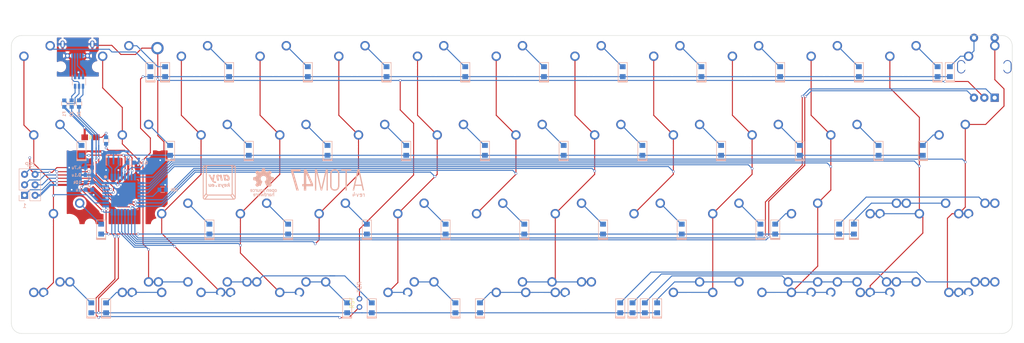
<source format=kicad_pcb>
(kicad_pcb (version 20211014) (generator pcbnew)
  (layers (0 "F.Cu" signal) (31 "B.Cu" signal) (34 "B.Paste" user) (35 "F.Paste" user) (36 "B.SilkS" user "B.Silkscreen") (37 "F.SilkS" user "F.Silkscreen") (38 "B.Mask" user) (39 "F.Mask" user) (44 "Edge.Cuts" user))
  (net 0 "")
  (net 1 "GND")
  (net 2 "VCC")
  (net 3 "RST")
  (net 4 "col7")
  (net 5 "col10")
  (net 6 "col11")
  (net 7 "col12")
  (net 8 "col2")
  (net 9 "col3")
  (net 10 "col4")
  (net 11 "col8")
  (net 12 "col9")
  (net 13 "row3")
  (net 14 "SCK")
  (net 15 "MOSI")
  (net 16 "MISO")
  (net 17 "Net-(D1-Pad2)")
  (net 18 "Net-(D2-Pad2)")
  (net 19 "Net-(D3-Pad2)")
  (net 20 "Net-(D4-Pad2)")
  (net 21 "Net-(D5-Pad2)")
  (net 22 "Net-(D6-Pad2)")
  (net 23 "Net-(D7-Pad2)")
  (net 24 "Net-(D8-Pad2)")
  (net 25 "Net-(D9-Pad2)")
  (net 26 "Net-(D10-Pad2)")
  (net 27 "Net-(D11-Pad2)")
  (net 28 "Net-(D12-Pad2)")
  (net 29 "Net-(D13-Pad2)")
  (net 30 "Net-(D14-Pad2)")
  (net 31 "Net-(D15-Pad2)")
  (net 32 "Net-(D16-Pad2)")
  (net 33 "Net-(D17-Pad2)")
  (net 34 "Net-(D18-Pad2)")
  (net 35 "Net-(D19-Pad2)")
  (net 36 "Net-(D20-Pad2)")
  (net 37 "Net-(D21-Pad2)")
  (net 38 "Net-(D22-Pad2)")
  (net 39 "Net-(D23-Pad2)")
  (net 40 "Net-(D24-Pad2)")
  (net 41 "Net-(D26-Pad2)")
  (net 42 "Net-(D27-Pad2)")
  (net 43 "Net-(D29-Pad2)")
  (net 44 "Net-(D30-Pad2)")
  (net 45 "Net-(D31-Pad2)")
  (net 46 "Net-(D32-Pad2)")
  (net 47 "Net-(D33-Pad2)")
  (net 48 "Net-(D34-Pad2)")
  (net 49 "Net-(D35-Pad2)")
  (net 50 "Net-(D36-Pad2)")
  (net 51 "Net-(D39-Pad2)")
  (net 52 "Net-(D40-Pad2)")
  (net 53 "Net-(D41-Pad2)")
  (net 54 "Net-(D42-Pad2)")
  (net 55 "Net-(D43-Pad2)")
  (net 56 "Net-(D49-Pad2)")
  (net 57 "Net-(D50-Pad2)")
  (net 58 "Net-(D52-Pad2)")
  (net 59 "Net-(D38-Pad2)")
  (net 60 "Net-(D45-Pad2)")
  (net 61 "Net-(D47-Pad2)")
  (net 62 "Net-(D51-Pad2)")
  (net 63 "Net-(D37-Pad2)")
  (net 64 "Net-(CL1-Pad1)")
  (net 65 "col0")
  (net 66 "row0")
  (net 67 "row1")
  (net 68 "row2")
  (net 69 "D-")
  (net 70 "D+")
  (net 71 "Net-(CR1-Pad1)")
  (net 72 "VBUS")
  (net 73 "Net-(J1-Pad3)")
  (net 74 "Net-(J1-Pad2)")
  (net 75 "col1")
  (net 76 "Net-(U1-Pad2)")
  (net 77 "Net-(U1-Pad1)")
  (net 78 "Net-(C4-Pad1)")
  (net 79 "Net-(R1-Pad2)")
  (net 80 "Net-(R2-Pad2)")
  (net 81 "Net-(R4-Pad1)")
  (net 82 "rotary_b")
  (footprint "Keeb_switches:CHERRY_PLATE_100H" (layer "F.Cu") (at 147.6375 28.575)
    (fp_text reference "K21" hide)
    (fp_text value "KEYSW" hide)
  )
  (footprint "Keeb_switches:CHERRY_PLATE_275H" (layer "F.Cu") (at 140.49375 66.675)
    (fp_text reference "K47" hide)
    (fp_text value "KEYSW" hide)
  )
  (footprint "Keeb_switches:CHERRY_PLATE_225H" (layer "F.Cu") (at 226.21875 47.625)
    (fp_text reference "K38-1" hide)
    (fp_text value "KEYSW" hide)
  )
  (footprint "Keeb_switches:CHERRY_PLATE_625H" (layer "F.Cu") (at 130.96875 66.675)
    (fp_text reference "K47-1" hide)
    (fp_text value "KEYSW" hide)
  )
  (footprint "Keeb_switches:CHERRY_PLATE_700H" (layer "F.Cu") (at 123.825 66.675)
    (fp_text reference "K47-2" hide)
    (fp_text value "KEYSW" hide)
  )
  (footprint "Keeb_switches:CHERRY_PLATE_125H" (layer "F.Cu") (at 11.90625 28.575)
    (fp_text reference "K14" hide)
    (fp_text value "KEYSW" hide)
  )
  (footprint "Keeb_switches:CHERRY_PLATE_175H" (layer "F.Cu") (at 230.98125 28.575)
    (fp_text reference "K26" hide)
    (fp_text value "KEYSW" hide)
  )
  (footprint "footprints:vortex_standoff" (layer "F.Cu") (at 38.025 5.025)
    (fp_text reference "S6" hide)
    (fp_text value "STANDOFF" hide)
  )
  (footprint "Keeb_components:LED_0805" (layer "F.Cu") (at 21.825 26.6 180)
    (fp_text reference "CL1")
    (fp_text value "LED" hide)
  )
  (footprint "Keeb_switches:CHERRY_PLATE_150H" (layer "F.Cu") (at 233.3625 66.675)
    (fp_text reference "K52-2" hide)
    (fp_text value "KEYSW" hide)
  )
  (footprint "Keeb_switches:CHERRY_PLATE_150H" (layer "F.Cu") (at 204.7875 66.675)
    (fp_text reference "K50-2" hide)
    (fp_text value "KEYSW" hide)
  )
  (footprint "Keeb_switches:CHERRY_PLATE_125H" (layer "F.Cu") (at 35.71878 66.675056)
    (fp_text reference "K41-1" hide)
    (fp_text value "KEYSW" hide)
  )
  (footprint "Keeb_switches:CHERRY_PLATE_150H" (layer "F.Cu") (at 14.2875 66.675)
    (fp_text reference "K40-1" hide)
    (fp_text value "KEYSW" hide)
  )
  (footprint "Keeb_switches:CHERRY_PLATE_125H" (layer "F.Cu") (at 216.69375 47.625)
    (fp_text reference "K38" hide)
    (fp_text value "KEYSW" hide)
  )
  (footprint "Keeb_switches:CHERRY_PLATE_125H" (layer "F.Cu") (at 11.90626 66.675056)
    (fp_text reference "K40" hide)
    (fp_text value "KEYSW" hide)
  )
  (footprint "Keeb_switches:CHERRY_PLATE_125H" (layer "F.Cu") (at 59.53125 66.675)
    (fp_text reference "K42-1" hide)
    (fp_text value "KEYSW" hide)
  )
  (footprint "Keeb_switches:CHERRY_PLATE_125H" (layer "F.Cu") (at 235.74375 66.675)
    (fp_text reference "K52" hide)
    (fp_text value "KEYSW" hide)
  )
  (footprint "Keeb_switches:CHERRY_PLATE_125H" (layer "F.Cu") (at 235.74375 47.625)
    (fp_text reference "K39-1" hide)
    (fp_text value "KEYSW" hide)
  )
  (footprint "Keeb_switches:CHERRY_PLATE_175H" (layer "F.Cu") (at 97.63125 66.675)
    (fp_text reference "K45" hide)
    (fp_text value "KEYSW" hide)
  )
  (footprint "Keeb_switches:CHERRY_PLATE_150H" (layer "F.Cu") (at 42.8625 66.675)
    (fp_text reference "K41-2" hide)
    (fp_text value "KEYSW" hide)
  )
  (footprint "Keeb_switches:CHERRY_PLATE_100H" (layer "F.Cu") (at 9.525 9.525)
    (fp_text reference "K1" hide)
    (fp_text value "KEYSW" hide)
  )
  (footprint "Keeb_switches:CHERRY_PLATE_100H" (layer "F.Cu") (at 28.575 9.525)
    (fp_text reference "K2" hide)
    (fp_text value "KEYSW" hide)
  )
  (footprint "Keeb_switches:CHERRY_PLATE_100H" (layer "F.Cu") (at 47.625 9.525)
    (fp_text reference "K3" hide)
    (fp_text value "KEYSW" hide)
  )
  (footprint "Keeb_switches:CHERRY_PLATE_100H" (layer "F.Cu") (at 66.675 9.525)
    (fp_text reference "K4" hide)
    (fp_text value "KEYSW" hide)
  )
  (footprint "Keeb_switches:CHERRY_PLATE_100H" (layer "F.Cu") (at 85.725 9.525)
    (fp_text reference "K5" hide)
    (fp_text value "KEYSW" hide)
  )
  (footprint "Keeb_switches:CHERRY_PLATE_100H" (layer "F.Cu") (at 104.775 9.525)
    (fp_text reference "K6" hide)
    (fp_text value "KEYSW" hide)
  )
  (footprint "Keeb_switches:CHERRY_PLATE_100H" (layer "F.Cu") (at 123.825 9.525)
    (fp_text reference "K7" hide)
    (fp_text value "KEYSW" hide)
  )
  (footprint "Keeb_switches:CHERRY_PLATE_100H" (layer "F.Cu") (at 142.875 9.525)
    (fp_text reference "K8" hide)
    (fp_text value "KEYSW" hide)
  )
  (footprint "Keeb_switches:CHERRY_PLATE_100H" (layer "F.Cu") (at 161.925 9.525)
    (fp_text reference "K9" hide)
    (fp_text value "KEYSW" hide)
  )
  (footprint "Keeb_switches:CHERRY_PLATE_100H" (layer "F.Cu") (at 180.975 9.525)
    (fp_text reference "K10" hide)
    (fp_text value "KEYSW" hide)
  )
  (footprint "Keeb_switches:CHERRY_PLATE_100H" (layer "F.Cu") (at 200.025 9.525)
    (fp_text reference "K11" hide)
    (fp_text value "KEYSW" hide)
  )
  (footprint "Keeb_switches:CHERRY_PLATE_100H" (layer "F.Cu") (at 219.075 9.525)
    (fp_text reference "K12" hide)
    (fp_text value "KEYSW" hide)
  )
  (footprint "Keeb_switches:CHERRY_PLATE_100H" (layer "F.Cu") (at 238.125 9.525)
    (fp_text reference "K13" hide)
    (fp_text value "KEYSW" hide)
  )
  (footprint "Keeb_switches:CHERRY_PLATE_100H" (layer "F.Cu") (at 33.3375 28.575)
    (fp_text reference "K15" hide)
    (fp_text value "KEYSW" hide)
  )
  (footprint "Keeb_switches:CHERRY_PLATE_100H" (layer "F.Cu") (at 52.3875 28.575)
    (fp_text reference "K16" hide)
    (fp_text value "KEYSW" hide)
  )
  (footprint "Keeb_switches:CHERRY_PLATE_100H" (layer "F.Cu") (at 71.4375 28.575)
    (fp_text reference "K17" hide)
    (fp_text value "KEYSW" hide)
  )
  (footprint "Keeb_switches:CHERRY_PLATE_100H" (layer "F.Cu") (at 90.4875 28.575)
    (fp_text reference "K18" hide)
    (fp_text value "KEYSW" hide)
  )
  (footprint "Keeb_switches:CHERRY_PLATE_100H" (layer "F.Cu") (at 109.5375 28.575)
    (fp_text reference "K19" hide)
    (fp_text value "KEYSW" hide)
  )
  (footprint "Keeb_switches:CHERRY_PLATE_100H" (layer "F.Cu") (at 128.5875 28.575)
    (fp_text reference "K20" hide)
    (fp_text value "KEYSW" hide)
  )
  (footprint "Keeb_switches:CHERRY_PLATE_100H" (layer "F.Cu") (at 166.6875 28.575)
    (fp_text reference "K22" hide)
    (fp_text value "KEYSW" hide)
  )
  (footprint "Keeb_switches:CHERRY_PLATE_100H" (layer "F.Cu") (at 185.7375 28.575)
    (fp_text reference "K23" hide)
    (fp_text value "KEYSW" hide)
  )
  (footprint "Keeb_switches:CHERRY_PLATE_100H" (layer "F.Cu") (at 204.7875 28.575)
    (fp_text reference "K24" hide)
    (fp_text value "KEYSW" hide)
  )
  (footprint "Keeb_switches:CHERRY_PLATE_100H" (layer "F.Cu") (at 42.8625 47.625)
    (fp_text reference "K29" hide)
    (fp_text value "KEYSW" hide)
  )
  (footprint "Keeb_switches:CHERRY_PLATE_100H" (layer "F.Cu") (at 61.9125 47.625)
    (fp_text reference "K30" hide)
    (fp_text value "KEYSW" hide)
  )
  (footprint "Keeb_switches:CHERRY_PLATE_100H" (layer "F.Cu") (at 80.9625 47.625)
    (fp_text reference "K31" hide)
    (fp_text value "KEYSW" hide)
  )
  (footprint "Keeb_switches:CHERRY_PLATE_100H" (layer "F.Cu") (at 100.0125 47.625)
    (fp_text reference "K32" hide)
    (fp_text value "KEYSW" hide)
  )
  (footprint "Keeb_switches:CHERRY_PLATE_100H" (layer "F.Cu") (at 119.0625 47.625)
    (fp_text reference "K33" hide)
    (fp_text value "KEYSW" hide)
  )
  (footprint "Keeb_switches:CHERRY_PLATE_100H" (layer "F.Cu") (at 138.1125 47.625)
    (fp_text reference "K34" hide)
    (fp_text value "KEYSW" hide)
  )
  (footprint "Keeb_switches:CHERRY_PLATE_100H" (layer "F.Cu") (at 157.1625 47.625)
    (fp_text reference "K35" hide)
    (fp_text value "KEYSW" hide)
  )
  (footprint "Keeb_switches:CHERRY_PLATE_100H" (layer "F.Cu") (at 176.2125 47.625)
    (fp_text reference "K36" hide)
    (fp_text value "KEYSW" hide)
  )
  (footprint "Keeb_switches:CHERRY_PLATE_100H" (layer "F.Cu") (at 195.2625 47.625)
    (fp_text reference "K37" hide)
    (fp_text value "KEYSW" hide)
  )
  (footprint "Keeb_switches:CHERRY_PLATE_100H" (layer "F.Cu") (at 238.125 47.625)
    (fp_text reference "K39" hide)
    (fp_text value "KEYSW" hide)
  )
  (footprint "Keeb_switches:CHERRY_PLATE_100H" (layer "F.Cu") (at 33.3375 66.675)
    (fp_text reference "K41" hide)
    (fp_text value "KEYSW" hide)
  )
  (footprint "Keeb_switches:CHERRY_PLATE_100H" (layer "F.Cu") (at 52.3875 66.675)
    (fp_text reference "K42" hide)
    (fp_text value "KEYSW" hide)
  )
  (footprint "Keeb_switches:CHERRY_PLATE_100H" (layer "F.Cu") (at 71.4375 66.675)
    (fp_text reference "K43" hide)
    (fp_text value "KEYSW" hide)
  )
  (footprint "Keeb_switches:CHERRY_PLATE_100H" (layer "F.Cu") (at 176.2125 66.675)
    (fp_text reference "K49" hide)
    (fp_text value "KEYSW" hide)
  )
  (footprint "Keeb_switches:CHERRY_PLATE_100H" (layer "F.Cu") (at 195.2625 66.675)
    (fp_text reference "K50" hide)
    (fp_text value "KEYSW" hide)
  )
  (footprint "Keeb_switches:CHERRY_PLATE_100H" (layer "F.Cu") (at 214.3125 66.675)
    (fp_text reference "K51" hide)
    (fp_text value "KEYSW" hide)
  )
  (footprint "Keeb_switches:CHERRY_PLATE_100H" (layer "F.Cu") (at 214.3125 47.625)
    (fp_text reference "K38-2" hide)
    (fp_text value "KEYSW" hide)
  )
  (footprint "Keeb_switches:CHERRY_PLATE_100H" (layer "F.Cu") (at 200.025 66.675)
    (fp_text reference "K50-1" hide)
    (fp_text value "KEYSW" hide)
  )
  (footprint "Keeb_switches:CHERRY_PLATE_100H" (layer "F.Cu") (at 219.075 66.675)
    (fp_text reference "K51-1" hide)
    (fp_text value "KEYSW" hide)
  )
  (footprint "Keeb_switches:CHERRY_PLATE_100H" (layer "F.Cu") (at 238.125 66.675)
    (fp_text reference "K52-1" hide)
    (fp_text value "KEYSW" hide)
  )
  (footprint "footprints:Vortex_Core_screw" (layer "F.Cu") (at 223.925 57.575)
    (fp_text reference "S5" hide)
    (fp_text value "SCREW" hide)
  )
  (footprint "footprints:Vortex_Core_screw" (layer "F.Cu") (at 23.475 57.575)
    (fp_text reference "S4" hide)
    (fp_text value "SCREW" hide)
  )
  (footprint "Keeb_switches:CHERRY_PLATE_100H" (layer "F.Cu") (at 57.150048 66.675056)
    (fp_text reference "K42-2" hide)
    (fp_text value "KEYSW" hide)
  )
  (footprint "Keeb_switches:CHERRY_PLATE_100H" (layer "F.Cu") (at 76.200064 66.675056)
    (fp_text reference "K43-1" hide)
    (fp_text value "KEYSW" hide)
  )
  (footprint "Keeb_switches:CHERRY_PLATE_175H" (layer "F.Cu") (at 102.393836 66.675056)
    (fp_text reference "K45-1" hide)
    (fp_text value "KEYSW" hide)
  )
  (footprint "Keeb_switches:CHERRY_PLATE_100H" (layer "F.Cu") (at 166.68764 66.675056)
    (fp_text reference "K49-1" hide)
    (fp_text value "KEYSW" hide)
  )
  (footprint "Keeb_switches:CHERRY_PLATE_125H" (layer "F.Cu") (at 188.118908 66.675056)
    (fp_text reference "K50-3" hide)
    (fp_text value "KEYSW" hide)
  )
  (footprint "Keeb_switches:CHERRY_PLATE_125H" (layer "F.Cu") (at 211.931428 66.675056)
    (fp_text reference "K51-2" hide)
    (fp_text value "KEYSW" hide)
  )
  (footprint "Keeb_switches:CHERRY_PLATE_200H" (layer "F.Cu") (at 138.112616 66.675056)
    (fp_text reference "K47-3" hide)
    (fp_text value "KEYSW" hide)
  )
  (footprint "Keeb_switches:CHERRY_PLATE_175H" (layer "F.Cu") (at 16.66875 47.625)
    (fp_text reference "K27" hide)
    (fp_text value "KEYSW" hide)
  )
  (footprint "footprints:Vortex_Core_screw" (layer "F.Cu") (at 23.625 19.475)
    (fp_text reference "S1" hide)
    (fp_text value "SCREW" hide)
  )
  (footprint "footprints:Vortex_Core_screw" (layer "F.Cu") (at 128.225 38.575)
    (fp_text reference "S3" hide)
    (fp_text value "SCREW" hide)
  )
  (footprint "footprints:Vortex_Core_screw" (layer "F.Cu") (at 215.025 19.475)
    (fp_text reference "S2" hide)
    (fp_text value "SCREW" hide)
  )
  (footprint "footprints:reset" (layer "F.Cu") (at 86.91569 66.675048)
    (fp_text reference "JP1" hide)
    (fp_text value "Jumper")
  )
  (footprint "Keeb_components:R_0603" (layer "B.Cu") (at 19.050008 18.454695 -90)
    (fp_text reference "R2" hide)
    (fp_text value "22")
  )
  (footprint "Keeb_components:D_0805" (layer "B.Cu") (at 152.995433 67.865674 90)
    (fp_text reference "D51")
    (fp_text value "D" hide)
  )
  (footprint "Keeb_components:D_0805" (layer "B.Cu") (at 150.018868 67.865674 90)
    (fp_text reference "D52")
    (fp_text value "D" hide)
  )
  (footprint "Keeb_components:D_0805" (layer "B.Cu") (at 110.132897 67.865674 90)
    (fp_text reference "D45")
    (fp_text value "D" hide)
  )
  (footprint "Keeb_components:D_0805" (layer "B.Cu") (at 158.948563 67.865674 90)
    (fp_text reference "D49")
    (fp_text value "D" hide)
  )
  (footprint "Keeb_components:D_0805" (layer "B.Cu") (at 83.939125 67.865674 90)
    (fp_text reference "D43")
    (fp_text value "D" hide)
  )
  (footprint "Keeb_components:D_0805" (layer "B.Cu") (at 155.971998 67.865674 90)
    (fp_text reference "D50")
    (fp_text value "D" hide)
  )
  (footprint "Keeb_components:D_0805" (layer "B.Cu") (at 116.086027 67.865674 90)
    (fp_text reference "D47")
    (fp_text value "D" hide)
  )
  (footprint "Keeb_components:D_0805" (layer "B.Cu") (at 164.901693 48.825032 90)
    (fp_text reference "D35")
    (fp_text value "D" hide)
  )
  (footprint "Keeb_components:D_0805" (layer "B.Cu") (at 25.598451 67.865674 90)
    (fp_text reference "D41")
    (fp_text value "D" hide)
  )
  (footprint "Keeb_components:D_0805" (layer "B.Cu") (at 22.026573 67.865674 90)
    (fp_text reference "D40")
    (fp_text value "D" hide)
  )
  (footprint "Keeb_components:D_0805" (layer "B.Cu") (at 145.851677 48.825032 90)
    (fp_text reference "D34")
    (fp_text value "D" hide)
  )
  (footprint "Keeb_components:D_0805" (layer "B.Cu") (at 203.001725 48.815658 90)
    (fp_text reference "D39")
    (fp_text value "D" hide)
  )
  (footprint "Keeb_components:D_0805" (layer "B.Cu") (at 206.573603 48.815658 90)
    (fp_text reference "D38")
    (fp_text value "D" hide)
  )
  (footprint "Keeb_components:D_0805" (layer "B.Cu") (at 187.523587 48.815658 90)
    (fp_text reference "D37")
    (fp_text value "D" hide)
  )
  (footprint "Keeb_components:D_0805" (layer "B.Cu") (at 183.951709 48.825032 90)
    (fp_text reference "D36")
    (fp_text value "D" hide)
  )
  (footprint "Keeb_components:D_0805" (layer "B.Cu") (at 126.801661 48.825032 90)
    (fp_text reference "D33")
    (fp_text value "D" hide)
  )
  (footprint "Keeb_components:D_0805" (layer "B.Cu") (at 88.701629 48.825032 90)
    (fp_text reference "D31")
    (fp_text value "D" hide)
  )
  (footprint "Keeb_components:D_0805" (layer "B.Cu") (at 69.651613 48.825032 90)
    (fp_text reference "D30")
    (fp_text value "D" hide)
  )
  (footprint "Keeb_components:D_0805" (layer "B.Cu") (at 74.414117 10.715626 90)
    (fp_text reference "D4")
    (fp_text value "D" hide)
  )
  (footprint "Keeb_components:D_0805" (layer "B.Cu") (at 223.242367 29.765642 90)
    (fp_text reference "D26")
    (fp_text value "D" hide)
  )
  (footprint "Keeb_components:D_0805" (layer "B.Cu") (at 193.476717 29.765642 90)
    (fp_text reference "D23")
    (fp_text value "D" hide)
  )
  (footprint "Keeb_components:D_0805" (layer "B.Cu") (at 36.314085 10.715626 90)
    (fp_text reference "D1")
    (fp_text value "D" hide)
  )
  (footprint "Keeb_components:D_0805" (layer "B.Cu") (at 174.426701 29.765642 90)
    (fp_text reference "D22")
    (fp_text value "D" hide)
  )
  (footprint "Keeb_components:D_0805" (layer "B.Cu") (at 207.764229 10.715626 90)
    (fp_text reference "D11")
    (fp_text value "D" hide)
  )
  (footprint "Keeb_components:D_0805" (layer "B.Cu") (at 155.376685 29.765642 90)
    (fp_text reference "D21")
    (fp_text value "D" hide)
  )
  (footprint "Keeb_components:D_0805" (layer "B.Cu") (at 136.326669 29.765642 90)
    (fp_text reference "D20")
    (fp_text value "D" hide)
  )
  (footprint "Keeb_components:D_0805" (layer "B.Cu") (at 150.614181 10.715626 90)
    (fp_text reference "D8")
    (fp_text value "D" hide)
  )
  (footprint "Keeb_components:D_0805" (layer "B.Cu") (at 93.464133 10.715626 90)
    (fp_text reference "D5")
    (fp_text value "D" hide)
  )
  (footprint "Keeb_components:D_0805" (layer "B.Cu") (at 60.126605 29.765642 90)
    (fp_text reference "D16")
    (fp_text value "D" hide)
  )
  (footprint "Keeb_components:D_0805" (layer "B.Cu") (at 41.076589 29.765642 90)
    (fp_text reference "D15")
    (fp_text value "D" hide)
  )
  (footprint "Keeb_components:D_0805" (layer "B.Cu") (at 131.564165 10.715626 90)
    (fp_text reference "D7")
    (fp_text value "D" hide)
  )
  (footprint "Keeb_components:D_0805" (layer "B.Cu") (at 98.226637 29.765642 90)
    (fp_text reference "D18")
    (fp_text value "D" hide)
  )
  (footprint "Keeb_components:D_0805" (layer "B.Cu") (at 229.79081 10.715626 90)
    (fp_text reference "D13")
    (fp_text value "D" hide)
  )
  (footprint "Keeb_components:D_0805" (layer "B.Cu") (at 79.176621 29.765642 90)
    (fp_text reference "D17")
    (fp_text value "D" hide)
  )
  (footprint "Keeb_components:D_0805" (layer "B.Cu") (at 169.664197 10.715626 90)
    (fp_text reference "D9")
    (fp_text value "D" hide)
  )
  (footprint "Keeb_components:D_0805" (layer "B.Cu") (at 55.364101 10.715626 90)
    (fp_text reference "D3")
    (fp_text value "D" hide)
  )
  (footprint "Keeb_components:D_0805" (layer "B.Cu") (at 89.892255 67.865674 90)
    (fp_text reference "D42")
    (fp_text value "D" hide)
  )
  (footprint "Keeb_components:D_0805" (layer "B.Cu") (at 188.714213 10.715626 90)
    (fp_text reference "D10")
    (fp_text value "D" hide)
  )
  (footprint "Keeb_components:D_0805" (layer "B.Cu") (at 212.526733 29.765642 90)
    (fp_text reference "D24")
    (fp_text value "D" hide)
  )
  (footprint "Keeb_components:D_0805" (layer "B.Cu") (at 117.276653 29.765642 90)
    (fp_text reference "D19")
    (fp_text value "D" hide)
  )
  (footprint "Keeb_components:D_0805" (layer "B.Cu") (at 19.645321 29.765642 90)
    (fp_text reference "D14")
    (fp_text value "D" hide)
  )
  (footprint "Keeb_components:D_0805" (layer "B.Cu") (at 112.514149 10.715626 90)
    (fp_text reference "D6")
    (fp_text value "D" hide)
  )
  (footprint "Keeb_components:D_0805" (layer "B.Cu") (at 226.814245 10.715626 90)
    (fp_text reference "D12")
    (fp_text value "D" hide)
  )
  (footprint "Keeb_components:D_0805" (layer "B.Cu") (at 107.751645 48.825032 90)
    (fp_text reference "D32")
    (fp_text value "D" hide)
  )
  (footprint "Keeb_components:D_0805" (layer "B.Cu") (at 24.407825 48.815658 90)
    (fp_text reference "D27")
    (fp_text value "D" hide)
  )
  (footprint "Keeb_components:D_0805" (layer "B.Cu") (at 50.601597 48.825032 90)
    (fp_text reference "D29")
    (fp_text value "D" hide)
  )
  (footprint "Keeb_components:isp_standard" (layer "B.Cu") (at 7.143748 38.100024)
    (fp_text reference "J2" hide)
    (fp_text value "ISP")
  )
  (footprint "Keeb_components:D_0805" (layer "B.Cu") (at 39.885963 10.715626 90)
    (fp_text reference "D2")
    (fp_text value "D" hide)
  )
  (footprint "Keeb_components:C_0603" (layer "B.Cu") (at 21.43126 35.718772 180)
    (fp_text reference "C2" hide)
    (fp_text value "0.1u")
  )
  (footprint "Keeb_components:C_0603" (layer "B.Cu") (at 31.551581 32.742207)
    (fp_text reference "C1" hide)
    (fp_text value "0.1u")
  )
  (footprint "Keeb_components:R_0603" (layer "B.Cu") (at 17.264069 18.454695 -90)
    (fp_text reference "R1" hide)
    (fp_text value "22")
  )
  (footprint "Keeb_components:R_0603" (layer "B.Cu") (at 39.29065 39.29065)
    (fp_text reference "R4" hide)
    (fp_text value "10k")
  )
  (footprint "Keeb_components:R_0603" (layer "B.Cu") (at 25.598451 27.38439 90)
    (fp_text reference "CR1" hide)
    (fp_text value "1k")
  )
  (footprint "Keeb_components:C_0603" (layer "B.Cu") (at 21.43126 39.29065 180)
    (fp_text reference "C4" hide)
    (fp_text value "1u")
  )
  (footprint "Keeb_components:R_0603" (layer "B.Cu") (at 21.43126 37.504711 180)
    (fp_text reference "R3" hide)
    (fp_text value "10k")
  )
  (footprint "Keeb_components:U-F-M5DD-Y-L" (layer "B.Cu") (at 18.675 1.425 180)
    (fp_text reference "J1")
    (fp_text value "USB_mini_micro_B")
  )
  (footprint "Keeb_components:USBLC6-2SC6" (layer "B.Cu") (at 19.050008 13.096878)
    (fp_text reference "U2" hide)
    (fp_text value "USBLC6-2SC6")
  )
  (footprint "footprints:Atom47_small" (layer "B.Cu") (at 79.176629 36.909406 180)
    (fp_text reference "G***" hide)
    (fp_text value "LOGO" hide)
  )
  (footprint "Keeb_components:logo_new" (layer "B.Cu") (at 52.982857 37.504719 180)
    (fp_text reference "G***" hide)
    (fp_text value "LOGO" hide)
  )
  (footprint "Keeb_components:C_0603" (layer "B.Cu") (at 21.43126 33.932833 180)
    (fp_text reference "C3" hide)
    (fp_text value "4.7u")
  )
  (footprint "Keeb_components:RotaryEncoder_Alps_EC11" (layer "B.Cu") (at 238.125192 9.525 90)
    (fp_text reference "SW2" hide)
    (fp_text value "Rotary_Encoder_Switch")
  )
  (footprint "Keeb_components:Resonator_SMD_muRata_CSTNExxV-3Pin-p1.2" (layer "B.Cu") (at 27.38439 32.146894)
    (fp_text reference "X1" hide)
    (fp_text value "16mhz")
  )
  (footprint "Keeb_components:ATMEGA32U2" (layer "B.Cu") (at 29.765642 40.481276 -90)
    (fp_text reference "U1" hide)
    (fp_text value "ATMEGA32U2")
  )
  (footprint "Keeb_components:R_0603" (layer "B.Cu") (at 15.478112 18.454672 90)
    (fp_text reference "F1")
    (fp_text value "Polyfuse_Small")
  )
  (footprint "Keeb_components:oshw" (layer "B.Cu") (at 63.698491 37.504719 180)
    (fp_text reference "G***" hide)
    (fp_text value "LOGO" hide)
  )
  (gr_line (start 244.875 4.475) (end 244.875 71.575) (layer "Edge.Cuts") (width 0.1))
  (gr_line (start 242.375 1.975) (end 5.175 1.975) (layer "Edge.Cuts") (width 0.1))
  (gr_line (start 5.175 74.075) (end 242.375 74.075) (layer "Edge.Cuts") (width 0.1))
  (gr_arc (start 242.375 1.975) (mid 244.142767 2.707233) (end 244.875 4.475) (layer "Edge.Cuts") (width 0.1))
  (gr_arc (start 5.175 74.075) (mid 3.407233 73.342767) (end 2.675 71.575) (layer "Edge.Cuts") (width 0.1))
  (gr_arc (start 2.675 4.475) (mid 3.407233 2.707233) (end 5.175 1.975) (layer "Edge.Cuts") (width 0.1))
  (gr_line (start 2.675 4.475) (end 2.675 71.575) (layer "Edge.Cuts") (width 0.1))
  (gr_arc (start 244.875 71.575) (mid 244.142767 73.342767) (end 242.375 74.075) (layer "Edge.Cuts") (width 0.1))
  (gr_text "RST" (at 86.91569 64.293796 90) (layer "B.SilkS") (effects (font (size 1 1)) (justify right mirror)))
  (gr_text "rev4" (at 88.404113 40.481316) (layer "B.SilkS") (effects (font (size 1 1)) (justify left mirror)))
  (gr_text "RST" (at 85.129751 66.675048 90) (layer "F.SilkS") (effects (font (size 1 1))))
  (segment (start 234.19707 13.096878) (end 228.600184 13.096878) (width 0.25) (layer "F.Cu") (net 1))
  (segment (start 29.170329 6.548435) (end 26.971894 4.35) (width 0.25) (layer "F.Cu") (net 1))
  (segment (start 38.099401 5.099401) (end 38.025 5.025) (width 0.25) (layer "F.Cu") (net 1))
  (segment (start 13.692191 33.932833) (end 16.668756 33.932833) (width 0.25) (layer "F.Cu") (net 1))
  (segment (start 39.593401 31.24883) (end 38.695337 32.146894) (width 0.25) (layer "F.Cu") (net 1))
  (segment (start 26.971894 4.35) (end 22.3 4.35) (width 0.25) (layer "F.Cu") (net 1))
  (segment (start 11.906252 35.093772) (end 12.531252 35.093772) (width 0.25) (layer "F.Cu") (net 1))
  (segment (start 34.265642 5.025) (end 32.742207 6.548435) (width 0.25) (layer "F.Cu") (net 1))
  (segment (start 8.413748 35.560024) (end 7.143748 34.290024) (width 0.25) (layer "F.Cu") (net 1))
  (segment (start 86.91569 48.815658) (end 89.296942 46.434406) (width 0.25) (layer "F.Cu") (net 1))
  (segment (start 238.125192 17.025) (end 234.19707 13.096878) (width 0.25) (layer "F.Cu") (net 1))
  (segment (start 89.296942 46.434406) (end 100.012576 35.718772) (width 0.25) (layer "F.Cu") (net 1))
  (segment (start 38.025 5.025) (end 34.265642 5.025) (width 0.25) (layer "F.Cu") (net 1))
  (segment (start 86.91569 65.675048) (end 86.91569 48.815658) (width 0.25) (layer "F.Cu") (net 1))
  (segment (start 96.77976 19.984383) (end 96.77976 12.840627) (width 0.25) (layer "F.Cu") (net 1))
  (segment (start 38.099401 12.540626) (end 38.099401 26.193141) (width 0.25) (layer "F.Cu") (net 1))
  (segment (start 7.143748 34.290024) (end 7.143748 31.551581) (width 0.25) (layer "F.Cu") (net 1))
  (segment (start 88.815552 46.915796) (end 89.296942 46.434406) (width 0.25) (layer "F.Cu") (net 1))
  (segment (start 38.099401 12.540626) (end 38.099401 5.099401) (width 0.25) (layer "F.Cu") (net 1))
  (segment (start 12.531252 35.093772) (end 13.692191 33.932833) (width 0.25) (layer "F.Cu") (net 1))
  (segment (start 100.012576 23.217199) (end 96.77976 19.984383) (width 0.25) (layer "F.Cu") (net 1))
  (segment (start 39.593401 27.687141) (end 39.593401 31.24883) (width 0.25) (layer "F.Cu") (net 1))
  (segment (start 38.099401 26.193141) (end 39.593401 27.687141) (width 0.25) (layer "F.Cu") (net 1))
  (segment (start 100.012576 35.718772) (end 100.012576 23.217199) (width 0.25) (layer "F.Cu") (net 1))
  (segment (start 32.742207 6.548435) (end 29.170329 6.548435) (width 0.25) (layer "F.Cu") (net 1))
  (via (at 38.099401 12.540626) (size 0.6) (drill 0.4) (layers "F.Cu" "B.Cu") (net 1))
  (via (at 7.143748 31.551581) (size 0.6) (drill 0.4) (layers "F.Cu" "B.Cu") (net 1))
  (via (at 18.89244 10.873194) (size 0.6) (drill 0.4) (layers "F.Cu" "B.Cu") (net 1))
  (via (at 33.33752 35.123459) (size 0.6) (drill 0.4) (layers "F.Cu" "B.Cu") (net 1))
  (via (at 96.77976 12.840627) (size 0.6) (drill 0.4) (layers "F.Cu" "B.Cu") (net 1))
  (via (at 39.885963 38.100024) (size 0.6) (drill 0.4) (layers "F.Cu" "B.Cu") (net 1))
  (via (at 228.600184 13.096878) (size 0.6) (drill 0.4) (layers "F.Cu" "B.Cu") (net 1))
  (via (at 28.575024 34.528154) (size 0.6) (drill 0.4) (layers "F.Cu" "B.Cu") (net 1))
  (via (at 11.906252 35.093772) (size 0.6) (drill 0.4) (layers "F.Cu" "B.Cu") (net 1))
  (via (at 16.668756 33.932833) (size 0.6) (drill 0.4) (layers "F.Cu" "B.Cu") (net 1))
  (via (at 17.264069 39.29065) (size 0.6) (drill 0.4) (layers "F.Cu" "B.Cu") (net 1))
  (via (at 24.66569 30.175048) (size 0.6) (drill 0.4) (layers "F.Cu" "B.Cu") (net 1))
  (via (at 22.573694 40.529468) (size 0.6) (drill 0.4) (layers "F.Cu" "B.Cu") (net 1))
  (via (at 28.575016 40.481276) (size 0.6) (drill 0.4) (layers "F.Cu" "B.Cu") (net 1))
  (via (at 25.598459 34.528154) (size 0.6) (drill 0.4) (layers "F.Cu" "B.Cu") (net 1))
  (via (at 29.170329 38.100024) (size 0.6) (drill 0.4) (layers "F.Cu" "B.Cu") (net 1))
  (via (at 33.33752 33.307833) (size 0.6) (drill 0.4) (layers "F.Cu" "B.Cu") (net 1))
  (via (at 38.695337 32.146894) (size 0.6) (drill 0.4) (layers "F.Cu" "B.Cu") (net 1))
  (segment (start 8.413748 35.560024) (end 8.88 35.093772) (width 0.25) (layer "B.Cu") (net 1))
  (segment (start 28.565642 34.537536) (end 28.575024 34.528154) (width 0.25) (layer "B.Cu") (net 1))
  (segment (start 17.293757 39.320338) (end 17.264069 39.29065) (width 0.25) (layer "B.Cu") (net 1))
  (segment (start 32.339082 32.742207) (end 32.771894 32.742207) (width 0.25) (layer "B.Cu") (net 1))
  (segment (start 19.050008 11.946878) (end 19.050008 11.030762) (width 0.25) (layer "B.Cu") (net 1))
  (segment (start 28.565642 36.231276) (end 28.565642 37.495337) (width 0.25) (layer "B.Cu") (net 1))
  (segment (start 25.91569 30.175048) (end 24.66569 30.175048) (width 0.25) (layer "B.Cu") (net 1))
  (segment (start 20.64376 39.29065) (end 19.94376 39.29065) (width 0.25) (layer "B.Cu") (net 1))
  (segment (start 228.600184 13.096878) (end 227.665809 13.096878) (width 0.25) (layer "B.Cu") (net 1))
  (segment (start 28.565642 36.231276) (end 28.565642 34.537536) (width 0.25) (layer "B.Cu") (net 1))
  (segment (start 28.565642 36.231276) (end 28.565642 35.728146) (width 0.25) (layer "B.Cu") (net 1))
  (segment (start 96.77976 12.840627) (end 38.399402 12.840627) (width 0.25) (layer "B.Cu") (net 1))
  (segment (start 227.409558 12.840627) (end 96.77976 12.840627) (width 0.25) (layer "B.Cu") (net 1))
  (segment (start 38.399402 12.840627) (end 38.099401 12.540626) (width 0.25) (layer "B.Cu") (net 1))
  (segment (start 19.050008 11.030762) (end 18.89244 10.873194) (width 0.25) (layer "B.Cu") (net 1))
  (segment (start 32.771894 32.742207) (end 33.33752 33.307833) (width 0.25) (layer "B.Cu") (net 1))
  (segment (start 27.38439 30.393748) (end 27.16569 30.175048) (width 0.25) (layer "B.Cu") (net 1))
  (segment (start 19.975 6.875) (end 21.1 6.875) (width 0.25) (layer "B.Cu") (net 1))
  (segment (start 20.64376 39.29065) (end 21.882578 40.529468) (width 0.25) (layer "B.Cu") (net 1))
  (segment (start 27.16569 30.175048) (end 25.91569 30.175048) (width 0.25) (layer "B.Cu") (net 1))
  (segment (start 40.078151 39.29065) (end 40.078151 38.292212) (width 0.25) (layer "B.Cu") (net 1))
  (segment (start 227.665809 13.096878) (end 227.409558 12.840627) (width 0.25) (layer "B.Cu") (net 1))
  (segment (start 27.38439 32.146894) (end 27.38439 30.393748) (width 0.25) (layer "B.Cu") (net 1))
  (segment (start 25.515642 40.881276) (end 28.175016 40.881276) (width 0.25) (layer "B.Cu") (net 1))
  (segment (start 28.565642 37.495337) (end 29.170329 38.100024) (width 0.25) (layer "B.Cu") (net 1))
  (segment (start 8.88 35.093772) (end 11.906252 35.093772) (width 0.25) (layer "B.Cu") (net 1))
  (segment (start 21.882578 40.529468) (end 22.573694 40.529468) (width 0.25) (layer "B.Cu") (net 1))
  (segment (start 28.175016 40.881276) (end 28.575016 40.481276) (width 0.25) (layer "B.Cu") (net 1))
  (segment (start 20.64376 39.29065) (end 20.614072 39.320338) (width 0.25) (layer "B.Cu") (net 1))
  (segment (start 20.614072 39.320338) (end 17.293757 39.320338) (width 0.25) (layer "B.Cu") (net 1))
  (segment (start 40.078151 38.292212) (end 39.885963 38.100024) (width 0.25) (layer "B.Cu") (net 1))
  (segment (start 30.956268 35.150026) (end 29.183612 36.922681) (width 0.5) (layer "F.Cu") (net 2))
  (segment (start 18.721875 38.118781) (end 18.89532 37.945336) (width 0.5) (layer "F.Cu") (net 2))
  (segment (start 20.425 26.6) (end 20.425 24.326546) (width 0.5) (layer "F.Cu") (net 2))
  (segment (start 28.328391 38.141971) (end 28.328391 37.777902) (width 0.5) (layer "F.Cu") (net 2))
  (segment (start 28.425017 37.681276) (end 29.183612 36.922681) (width 0.5) (layer "F.Cu") (net 2))
  (segment (start 21.379677 37.945336) (end 18.89532 37.945336) (width 0.5) (layer "F.Cu") (net 2))
  (segment (start 29.183612 36.922681) (end 28.575016 37.531278) (width 0.5) (layer "F.Cu") (net 2))
  (segment (start 30.956268 31.551581) (end 30.956268 35.150026) (width 0.5) (layer "F.Cu") (net 2))
  (segment (start 28.328391 37.777902) (end 29.183612 36.922681) (width 0.5) (layer "F.Cu") (net 2))
  (segment (start 21.574942 38.140601) (end 21.379677 37.945336) (width 0.5) (layer "F.Cu") (net 2))
  (segment (start 13.692191 38.118781) (end 18.721875 38.118781) (width 0.5) (layer "F.Cu") (net 2))
  (segment (start 20.425 24.326546) (end 20.373457 24.275003) (width 0.5) (layer "F.Cu") (net 2))
  (via (at 20.373457 24.275003) (size 0.6) (drill 0.4) (layers "F.Cu" "B.Cu") (net 2))
  (via (at 28.328391 38.141971) (size 0.6) (drill 0.4) (layers "F.Cu" "B.Cu") (net 2))
  (via (at 13.692191 38.118781) (size 0.6) (drill 0.4) (layers "F.Cu" "B.Cu") (net 2))
  (via (at 21.574942 38.140601) (size 0.6) (drill 0.4) (layers "F.Cu" "B.Cu") (net 2))
  (via (at 30.956268 31.551581) (size 0.6) (drill 0.4) (layers "F.Cu" "B.Cu") (net 2))
  (segment (start 22.21876 37.504711) (end 22.210832 37.504711) (width 0.5) (layer "B.Cu") (net 2))
  (segment (start 9.584125 40.640024) (end 12.105368 38.118781) (width 0.5) (layer "B.Cu") (net 2))
  (segment (start 24.58439 37.681276) (end 25.515642 37.681276) (width 0.5) (layer "B.Cu") (net 2))
  (segment (start 27.867696 37.681276) (end 28.328391 38.141971) (width 0.5) (layer "B.Cu") (net 2))
  (segment (start 8.413748 40.640024) (end 9.584125 40.640024) (width 0.5) (layer "B.Cu") (net 2))
  (segment (start 22.21876 33.932833) (end 22.21876 35.718772) (width 0.5) (layer "B.Cu") (net 2))
  (segment (start 15.478112 19.242172) (end 15.478112 19.30896) (width 0.5) (layer "B.Cu") (net 2))
  (segment (start 22.21876 35.718772) (end 22.21876 37.504711) (width 0.5) (layer "B.Cu") (net 2))
  (segment (start 26.612512 37.681276) (end 26.965642 37.681276) (width 0.5) (layer "B.Cu") (net 2))
  (segment (start 22.21876 26.049609) (end 22.194744 26.025593) (width 0.5) (layer "B.Cu") (net 2))
  (segment (start 30.76408 31.743769) (end 30.956268 31.551581) (width 0.5) (layer "B.Cu") (net 2))
  (segment (start 29.365642 34.140645) (end 30.76408 32.742207) (width 0.5) (layer "B.Cu") (net 2))
  (segment (start 23.514855 37.802368) (end 24.193764 38.481276) (width 0.5) (layer "B.Cu") (net 2))
  (segment (start 30.76408 32.742207) (end 30.76408 31.743769) (width 0.5) (layer "B.Cu") (net 2))
  (segment (start 22.21876 33.932833) (end 22.21876 26.049609) (width 0.5) (layer "B.Cu") (net 2))
  (segment (start 22.621886 35.718772) (end 24.58439 37.681276) (width 0.5) (layer "B.Cu") (net 2))
  (segment (start 22.21876 35.718772) (end 22.621886 35.718772) (width 0.5) (layer "B.Cu") (net 2))
  (segment (start 22.210832 37.504711) (end 21.574942 38.140601) (width 0.5) (layer "B.Cu") (net 2))
  (segment (start 25.515642 37.681276) (end 26.612512 37.681276) (width 0.5) (layer "B.Cu") (net 2))
  (segment (start 26.965642 37.681276) (end 27.560955 37.681276) (width 0.5) (layer "B.Cu") (net 2))
  (segment (start 22.21876 37.504711) (end 23.217199 37.504711) (width 0.5) (layer "B.Cu") (net 2))
  (segment (start 29.365642 36.231276) (end 29.365642 34.140645) (width 0.5) (layer "B.Cu") (net 2))
  (segment (start 24.193764 38.481276) (end 25.515642 38.481276) (width 0.5) (layer "B.Cu") (net 2))
  (segment (start 26.965642 37.681276) (end 27.867696 37.681276) (width 0.5) (layer "B.Cu") (net 2))
  (segment (start 12.105368 38.118781) (end 13.692191 38.118781) (width 0.5) (layer "B.Cu") (net 2))
  (segment (start 23.217199 37.504711) (end 23.514855 37.802368) (width 0.5) (layer "B.Cu") (net 2))
  (segment (start 15.478112 19.30896) (end 22.194744 26.025593) (width 0.5) (layer "B.Cu") (net 2))
  (segment (start 21.43144 41.076769) (end 22.026572 41.671903) (width 0.25) (layer "F.Cu") (net 3))
  (segment (start 22.026572 41.671903) (end 24.405482 44.050812) (width 0.25) (layer "F.Cu") (net 3))
  (segment (start 21.362367 34.918769) (end 21.43144 34.849696) (width 0.25) (layer "F.Cu") (net 3))
  (segment (start 27.733072 50.673225) (end 27.733072 60.927452) (width 0.25) (layer "F.Cu") (net 3))
  (segment (start 82.153186 70.246926) (end 83.939125 70.246926) (width 0.25) (layer "F.Cu") (net 3))
  (segment (start 23.178137 69.612551) (end 23.812512 70.246926) (width 0.25) (layer "F.Cu") (net 3))
  (segment (start 21.431259 41.07659) (end 22.026572 41.671903) (width 0.25) (layer "F.Cu") (net 3))
  (segment (start 84.343812 70.246926) (end 83.939125 70.246926) (width 0.25) (layer "F.Cu") (net 3))
  (segment (start 27.733072 60.927452) (end 23.178137 65.482387) (width 0.25) (layer "F.Cu") (net 3))
  (segment (start 24.405482 44.050812) (end 24.705481 44.350811) (width 0.25) (layer "F.Cu") (net 3))
  (segment (start 19.645321 38.695337) (end 19.645321 39.290652) (width 0.25) (layer "F.Cu") (net 3))
  (segment (start 23.178137 65.482387) (end 23.178137 69.612551) (width 0.25) (layer "F.Cu") (net 3))
  (segment (start 19.645321 39.290652) (end 21.431259 41.07659) (width 0.25) (layer "F.Cu") (net 3))
  (segment (start 13.692191 34.918769) (end 21.362367 34.918769) (width 0.25) (layer "F.Cu") (net 3))
  (segment (start 86.91569 67.675048) (end 84.343812 70.246926) (width 0.25) (layer "F.Cu") (net 3))
  (via (at 27.733072 50.673225) (size 0.6) (drill 0.4) (layers "F.Cu" "B.Cu") (net 3))
  (via (at 24.705481 44.350811) (size 0.6) (drill 0.4) (layers "F.Cu" "B.Cu") (net 3))
  (via (at 13.692191 34.918769) (size 0.6) (drill 0.4) (layers "F.Cu" "B.Cu") (net 3))
  (via (at 19.645321 38.695337) (size 0.6) (drill 0.4) (layers "F.Cu" "B.Cu") (net 3))
  (via (at 23.812512 70.246926) (size 0.6) (drill 0.4) (layers "F.Cu" "B.Cu") (net 3))
  (via (at 82.153186 70.246926) (size 0.6) (drill 0.4) (layers "F.Cu" "B.Cu") (net 3))
  (via (at 21.43144 34.849696) (size 0.6) (drill 0.4) (layers "F.Cu" "B.Cu") (net 3))
  (segment (start 26.965642 44.731276) (end 26.965642 49.905795) (width 0.25) (layer "B.Cu") (net 3))
  (segment (start 20.836307 37.504711) (end 21.43144 36.909578) (width 0.25) (layer "B.Cu") (net 3))
  (segment (start 21.43144 34.849696) (end 21.43144 36.909578) (width 0.25) (layer "B.Cu") (net 3))
  (segment (start 20.64376 37.504711) (end 20.64376 37.633894) (width 0.25) (layer "B.Cu") (net 3))
  (segment (start 20.64376 37.696898) (end 19.645321 38.695337) (width 0.25) (layer "B.Cu") (net 3))
  (segment (start 7.048749 34.385023) (end 13.158445 34.385023) (width 0.25) (layer "B.Cu") (net 3))
  (segment (start 81.896935 69.990675) (end 24.068763 69.990675) (width 0.25) (layer "B.Cu") (net 3))
  (segment (start 24.068763 69.990675) (end 23.812512 70.246926) (width 0.25) (layer "B.Cu") (net 3))
  (segment (start 13.158445 34.385023) (end 13.692191 34.918769) (width 0.25) (layer "B.Cu") (net 3))
  (segment (start 26.965642 44.731276) (end 25.085947 44.731276) (width 0.25) (layer "B.Cu") (net 3))
  (segment (start 25.085947 44.731276) (end 24.705481 44.350811) (width 0.25) (layer "B.Cu") (net 3))
  (segment (start 82.153186 70.246926) (end 81.896935 69.990675) (width 0.25) (layer "B.Cu") (net 3))
  (segment (start 26.965642 49.905795) (end 27.733072 50.673225) (width 0.25) (layer "B.Cu") (net 3))
  (segment (start 20.64376 37.504711) (end 20.64376 37.696898) (width 0.25) (layer "B.Cu") (net 3))
  (segment (start 20.64376 37.504711) (end 20.836307 37.504711) (width 0.25) (layer "B.Cu") (net 3))
  (segment (start 5.873748 35.560024) (end 7.048749 34.385023) (width 0.25) (layer "B.Cu") (net 3))
  (segment (start 134.3025 45.085) (end 134.3025 60.80125) (width 0.25) (layer "F.Cu") (net 4))
  (segment (start 139.065 6.985) (end 139.065 21.2725) (width 0.25) (layer "F.Cu") (net 4))
  (segment (start 139.065 21.2725) (end 143.8275 26.035) (width 0.25) (layer "F.Cu") (net 4))
  (segment (start 143.8275 35.56) (end 134.3025 45.085) (width 0.25) (layer "F.Cu") (net 4))
  (segment (start 143.8275 26.035) (end 143.8275 34.766384) (width 0.25) (layer "F.Cu") (net 4))
  (segment (start 143.8275 34.766384) (end 143.8275 35.56) (width 0.25) (layer "F.Cu") (net 4))
  (segment (start 134.3025 60.80125) (end 133.50875 61.595) (width 0.25) (layer "F.Cu") (net 4))
  (via (at 143.8275 34.766384) (size 0.6) (drill 0.4) (layers "F.Cu" "B.Cu") (net 4))
  (segment (start 133.50875 61.595) (end 140.65256 61.595) (width 0.25) (layer "B.Cu") (net 4))
  (segment (start 34.015642 41.681276) (end 39.281276 41.681276) (width 0.25) (layer "B.Cu") (net 4))
  (segment (start 140.652616 61.595056) (end 143.033694 61.595056) (width 0.25) (layer "B.Cu") (net 4))
  (segment (start 143.033694 61.595056) (end 143.03375 61.595) (width 0.25) (layer "B.Cu") (net 4))
  (segment (start 39.281276 41.681276) (end 46.821859 34.140693) (width 0.25) (layer "B.Cu") (net 4))
  (segment (start 126.365 61.595) (end 133.50875 61.595) (width 0.25) (layer "B.Cu") (net 4))
  (segment (start 46.821859 34.140693) (end 143.201809 34.140693) (width 0.25) (layer "B.Cu") (net 4))
  (segment (start 140.65256 61.595) (end 140.652616 61.595056) (width 0.25) (layer "B.Cu") (net 4))
  (segment (start 143.201809 34.140693) (end 143.8275 34.766384) (width 0.25) (layer "B.Cu") (net 4))
  (segment (start 196.215 6.985) (end 196.215 21.2725) (width 0.25) (layer "F.Cu") (net 5))
  (segment (start 197.8025 42.545) (end 197.8025 57.785) (width 0.25) (layer "F.Cu") (net 5))
  (segment (start 196.215 21.2725) (end 200.9775 26.035) (width 0.25) (layer "F.Cu") (net 5))
  (segment (start 200.9775 33.694547) (end 200.9775 39.37) (width 0.25) (layer "F.Cu") (net 5))
  (segment (start 200.9775 39.37) (end 197.8025 42.545) (width 0.25) (layer "F.Cu") (net 5))
  (segment (start 197.8025 57.785) (end 191.4525 64.135) (width 0.25) (layer "F.Cu") (net 5))
  (segment (start 200.9775 26.035) (end 200.9775 33.694547) (width 0.25) (layer "F.Cu") (net 5))
  (via (at 200.9775 33.694547) (size 0.6) (drill 0.4) (layers "F.Cu" "B.Cu") (net 5))
  (segment (start 36.015027 38.481276) (end 41.70564 32.790663) (width 0.25) (layer "B.Cu") (net 5))
  (segment (start 196.215 64.135) (end 200.9775 64.135) (width 0.25) (layer "B.Cu") (net 5))
  (segment (start 200.073616 32.790663) (end 200.9775 33.694547) (width 0.25) (layer "B.Cu") (net 5))
  (segment (start 34.015642 38.481276) (end 36.015027 38.481276) (width 0.25) (layer "B.Cu") (net 5))
  (segment (start 191.452444 64.135056) (end 191.4525 64.135) (width 0.25) (layer "B.Cu") (net 5))
  (segment (start 41.70564 32.790663) (end 200.073616 32.790663) (width 0.25) (layer "B.Cu") (net 5))
  (segment (start 184.308908 64.135056) (end 191.452444 64.135056) (width 0.25) (layer "B.Cu") (net 5))
  (segment (start 191.4525 64.135) (end 196.215 64.135) (width 0.25) (layer "B.Cu") (net 5))
  (segment (start 222.40875 45.085) (end 223.242367 45.918617) (width 0.25) (layer "F.Cu") (net 6))
  (segment (start 222.40875 21.788269) (end 222.40875 33.575824) (width 0.25) (layer "F.Cu") (net 6))
  (segment (start 223.242367 49.778687) (end 210.5025 62.518554) (width 0.25) (layer "F.Cu") (net 6))
  (segment (start 222.40875 33.575824) (end 222.40875 45.085) (width 0.25) (layer "F.Cu") (net 6))
  (segment (start 215.265 6.985) (end 215.265 14.644519) (width 0.25) (layer "F.Cu") (net 6))
  (segment (start 215.265 14.644519) (end 222.40875 21.788269) (width 0.25) (layer "F.Cu") (net 6))
  (segment (start 223.242367 45.918617) (end 223.242367 49.778687) (width 0.25) (layer "F.Cu") (net 6))
  (segment (start 210.5025 62.518554) (end 210.5025 64.135) (width 0.25) (layer "F.Cu") (net 6))
  (via (at 222.40875 33.575824) (size 0.6) (drill 0.4) (layers "F.Cu" "B.Cu") (net 6))
  (segment (start 221.173579 32.340653) (end 222.40875 33.575824) (width 0.25) (layer "B.Cu") (net 6))
  (segment (start 41.51924 32.340653) (end 221.173579 32.340653) (width 0.25) (layer "B.Cu") (net 6))
  (segment (start 34.015642 37.681276) (end 36.178617 37.681276) (width 0.25) (layer "B.Cu") (net 6))
  (segment (start 210.5025 45.085) (end 212.88375 45.085) (width 0.25) (layer "B.Cu") (net 6))
  (segment (start 210.5025 64.135) (end 215.265 64.135) (width 0.25) (layer "B.Cu") (net 6))
  (segment (start 208.121428 64.135056) (end 210.502444 64.135056) (width 0.25) (layer "B.Cu") (net 6))
  (segment (start 210.502444 64.135056) (end 210.5025 64.135) (width 0.25) (layer "B.Cu") (net 6))
  (segment (start 212.88375 45.085) (end 222.40875 45.085) (width 0.25) (layer "B.Cu") (net 6))
  (segment (start 36.178617 37.681276) (end 41.51924 32.340653) (width 0.25) (layer "B.Cu") (net 6))
  (segment (start 238.442704 23.495) (end 242.887696 19.050008) (width 0.25) (layer "F.Cu") (net 7))
  (segment (start 229.195497 46.206807) (end 229.195497 63.777997) (width 0.25) (layer "F.Cu") (net 7))
  (segment (start 233.52125 23.495) (end 238.442704 23.495) (width 0.25) (layer "F.Cu") (net 7))
  (segment (start 233.52125 43.4975) (end 231.93375 45.085) (width 0.25) (layer "F.Cu") (net 7))
  (segment (start 233.52125 23.495) (end 233.52125 32.583645) (width 0.25) (layer "F.Cu") (net 7))
  (segment (start 233.52125 32.583645) (end 233.52125 43.4975) (width 0.25) (layer "F.Cu") (net 7))
  (segment (start 242.887696 14.882817) (end 240.665 12.660121) (width 0.25) (layer "F.Cu") (net 7))
  (segment (start 242.887696 19.050008) (end 242.887696 14.882817) (width 0.25) (layer "F.Cu") (net 7))
  (segment (start 229.195497 63.777997) (end 229.5525 64.135) (width 0.25) (layer "F.Cu") (net 7))
  (segment (start 240.665 12.660121) (end 240.665 4.445) (width 0.25) (layer "F.Cu") (net 7))
  (segment (start 240.625192 4.405192) (end 240.665 4.445) (width 0.25) (layer "F.Cu") (net 7))
  (segment (start 231.93375 45.085) (end 230.317304 45.085) (width 0.25) (layer "F.Cu") (net 7))
  (segment (start 230.317304 45.085) (end 229.195497 46.206807) (width 0.25) (layer "F.Cu") (net 7))
  (segment (start 240.625192 2.525) (end 240.625192 4.405192) (width 0.25) (layer "F.Cu") (net 7))
  (via (at 233.52125 32.583645) (size 0.6) (drill 0.4) (layers "F.Cu" "B.Cu") (net 7))
  (segment (start 231.93375 45.085) (end 234.315 45.085) (width 0.25) (layer "B.Cu") (net 7))
  (segment (start 232.828248 31.890643) (end 41.33284 31.890643) (width 0.25) (layer "B.Cu") (net 7))
  (segment (start 233.52125 32.583645) (end 232.828248 31.890643) (width 0.25) (layer "B.Cu") (net 7))
  (segment (start 41.33284 31.890643) (end 36.992207 36.231276) (width 0.25) (layer "B.Cu") (net 7))
  (segment (start 36.992207 36.231276) (end 32.565642 36.231276) (width 0.25) (layer "B.Cu") (net 7))
  (segment (start 231.93375 64.135) (end 229.5525 64.135) (width 0.25) (layer "B.Cu") (net 7))
  (segment (start 234.315 64.135) (end 231.93375 64.135) (width 0.25) (layer "B.Cu") (net 7))
  (segment (start 39.0525 49.847508) (end 42.227528 53.022536) (width 0.25) (layer "F.Cu") (net 8))
  (segment (start 48.5775 35.56) (end 39.0525 45.085) (width 0.25) (layer "F.Cu") (net 8))
  (segment (start 39.0525 45.085) (end 39.0525 49.847508) (width 0.25) (layer "F.Cu") (net 8))
  (segment (start 43.815 21.2725) (end 48.5775 26.035) (width 0.25) (layer "F.Cu") (net 8))
  (segment (start 43.815 6.985) (end 43.815 21.2725) (width 0.25) (layer "F.Cu") (net 8))
  (segment (start 48.5775 26.035) (end 48.5775 35.56) (width 0.25) (layer "F.Cu") (net 8))
  (segment (start 42.227528 53.022536) (end 53.340048 64.135056) (width 0.25) (layer "F.Cu") (net 8))
  (via (at 42.227528 53.022536) (size 0.6) (drill 0.4) (layers "F.Cu" "B.Cu") (net 8))
  (segment (start 29.365642 44.731276) (end 29.365642 49.505048) (width 0.25) (layer "B.Cu") (net 8))
  (segment (start 53.340048 64.135056) (end 55.721194 64.135056) (width 0.25) (layer "B.Cu") (net 8))
  (segment (start 48.5775 64.135) (end 53.339992 64.135) (width 0.25) (layer "B.Cu") (net 8))
  (segment (start 32.610667 52.750073) (end 41.955065 52.750073) (width 0.25) (layer "B.Cu") (net 8))
  (segment (start 53.339992 64.135) (end 53.340048 64.135056) (width 0.25) (layer "B.Cu") (net 8))
  (segment (start 29.365642 49.505048) (end 32.610667 52.750073) (width 0.25) (layer "B.Cu") (net 8))
  (segment (start 55.721194 64.135056) (end 55.72125 64.135) (width 0.25) (layer "B.Cu") (net 8))
  (segment (start 41.955065 52.750073) (end 42.227528 53.022536) (width 0.25) (layer "B.Cu") (net 8))
  (segment (start 67.6275 26.035) (end 67.6275 35.56) (width 0.25) (layer "F.Cu") (net 9))
  (segment (start 58.1025 45.085) (end 58.1025 52.744683) (width 0.25) (layer "F.Cu") (net 9))
  (segment (start 67.6275 35.56) (end 58.1025 45.085) (width 0.25) (layer "F.Cu") (net 9))
  (segment (start 62.865 21.2725) (end 67.6275 26.035) (width 0.25) (layer "F.Cu") (net 9))
  (segment (start 58.1025 54.61) (end 67.6275 64.135) (width 0.25) (layer "F.Cu") (net 9))
  (segment (start 62.865 6.985) (end 62.865 21.2725) (width 0.25) (layer "F.Cu") (net 9))
  (segment (start 58.1025 52.744683) (end 58.1025 54.61) (width 0.25) (layer "F.Cu") (net 9))
  (via (at 58.1025 52.744683) (size 0.6) (drill 0.4) (layers "F.Cu" "B.Cu") (net 9))
  (segment (start 57.65788 52.300063) (end 58.1025 52.744683) (width 0.25) (layer "B.Cu") (net 9))
  (segment (start 72.390008 64.135) (end 72.390064 64.135056) (width 0.25) (layer "B.Cu") (net 9))
  (segment (start 67.6275 64.135) (end 72.390008 64.135) (width 0.25) (layer "B.Cu") (net 9))
  (segment (start 30.165642 44.731276) (end 30.165642 49.668638) (width 0.25) (layer "B.Cu") (net 9))
  (segment (start 32.797067 52.300063) (end 57.65788 52.300063) (width 0.25) (layer "B.Cu") (net 9))
  (segment (start 30.165642 49.668638) (end 32.797067 52.300063) (width 0.25) (layer "B.Cu") (net 9))
  (segment (start 81.915 21.2725) (end 86.6775 26.035) (width 0.25) (layer "F.Cu") (net 10))
  (segment (start 86.6775 26.035) (end 86.6775 35.56) (width 0.25) (layer "F.Cu") (net 10))
  (segment (start 76.200056 52.387536) (end 77.1525 51.435092) (width 0.25) (layer "F.Cu") (net 10))
  (segment (start 77.1525 51.435092) (end 77.1525 45.085) (width 0.25) (layer "F.Cu") (net 10))
  (segment (start 81.915 6.985) (end 81.915 21.2725) (width 0.25) (layer "F.Cu") (net 10))
  (segment (start 86.6775 35.56) (end 77.1525 45.085) (width 0.25) (layer "F.Cu") (net 10))
  (via (at 76.200056 52.387536) (size 0.6) (drill 0.4) (layers "F.Cu" "B.Cu") (net 10))
  (segment (start 75.662573 51.850053) (end 76.200056 52.387536) (width 0.25) (layer "B.Cu") (net 10))
  (segment (start 30.965642 49.832228) (end 32.983467 51.850053) (width 0.25) (layer "B.Cu") (net 10))
  (segment (start 30.965642 44.731276) (end 30.965642 49.832228) (width 0.25) (layer "B.Cu") (net 10))
  (segment (start 32.983467 51.850053) (end 75.662573 51.850053) (width 0.25) (layer "B.Cu") (net 10))
  (segment (start 162.8775 26.035) (end 162.8775 34.885205) (width 0.25) (layer "F.Cu") (net 11))
  (segment (start 162.8775 35.56) (end 153.3525 45.085) (width 0.25) (layer "F.Cu") (net 11))
  (segment (start 158.115 21.2725) (end 162.8775 26.035) (width 0.25) (layer "F.Cu") (net 11))
  (segment (start 162.8775 34.885205) (end 162.8775 35.56) (width 0.25) (layer "F.Cu") (net 11))
  (segment (start 158.115 6.985) (end 158.115 21.2725) (width 0.25) (layer "F.Cu") (net 11))
  (via (at 162.8775 34.885205) (size 0.6) (drill 0.4) (layers "F.Cu" "B.Cu") (net 11))
  (segment (start 161.682978 33.690683) (end 162.8775 34.885205) (width 0.25) (layer "B.Cu") (net 11))
  (segment (start 42.07844 33.690683) (end 161.682978 33.690683) (width 0.25) (layer "B.Cu") (net 11))
  (segment (start 35.687847 40.081276) (end 42.07844 33.690683) (width 0.25) (layer "B.Cu") (net 11))
  (segment (start 34.015642 40.081276) (end 35.687847 40.081276) (width 0.25) (layer "B.Cu") (net 11))
  (segment (start 181.9275 34.171103) (end 181.9275 35.56) (width 0.25) (layer "F.Cu") (net 12))
  (segment (start 181.9275 35.56) (end 172.4025 45.085) (width 0.25) (layer "F.Cu") (net 12))
  (segment (start 181.9275 26.035) (end 181.9275 34.171103) (width 0.25) (layer "F.Cu") (net 12))
  (segment (start 177.165 21.2725) (end 181.9275 26.035) (width 0.25) (layer "F.Cu") (net 12))
  (segment (start 172.4025 45.085) (end 172.4025 64.135) (width 0.25) (layer "F.Cu") (net 12))
  (segment (start 177.165 6.985) (end 177.165 21.2725) (width 0.25) (layer "F.Cu") (net 12))
  (via (at 181.9275 34.171103) (size 0.6) (drill 0.4) (layers "F.Cu" "B.Cu") (net 12))
  (segment (start 35.851437 39.281276) (end 41.89204 33.240673) (width 0.25) (layer "B.Cu") (net 12))
  (segment (start 172.402444 64.135056) (end 172.4025 64.135) (width 0.25) (layer "B.Cu") (net 12))
  (segment (start 34.015642 39.281276) (end 35.851437 39.281276) (width 0.25) (layer "B.Cu") (net 12))
  (segment (start 180.99707 33.240673) (end 181.9275 34.171103) (width 0.25) (layer "B.Cu") (net 12))
  (segment (start 41.89204 33.240673) (end 180.99707 33.240673) (width 0.25) (layer "B.Cu") (net 12))
  (segment (start 162.87764 64.135056) (end 172.402444 64.135056) (width 0.25) (layer "B.Cu") (net 12))
  (segment (start 28.575016 50.631284) (end 28.575016 60.721918) (width 0.25) (layer "F.Cu") (net 13))
  (segment (start 28.575016 60.721918) (end 23.803138 65.493796) (width 0.25) (layer "F.Cu") (net 13))
  (segment (start 23.803138 65.493796) (end 23.803138 69.065674) (width 0.25) (layer "F.Cu") (net 13))
  (via (at 23.803138 69.065674) (size 0.6) (drill 0.4) (layers "F.Cu" "B.Cu") (net 13))
  (via (at 28.575016 50.631284) (size 0.6) (drill 0.4) (layers "F.Cu" "B.Cu") (net 13))
  (segment (start 27.765642 44.731276) (end 27.765642 49.82191) (width 0.25) (layer "B.Cu") (net 13))
  (segment (start 152.995433 69.065674) (end 155.971998 69.065674) (width 0.25) (layer "B.Cu") (net 13))
  (segment (start 83.939125 69.065674) (end 87.511003 69.065674) (width 0.25) (layer "B.Cu") (net 13))
  (segment (start 87.511003 69.065674) (end 110.132897 69.065674) (width 0.25) (layer "B.Cu") (net 13))
  (segment (start 25.598451 69.065674) (end 83.939125 69.065674) (width 0.25) (layer "B.Cu") (net 13))
  (segment (start 110.132897 69.065674) (end 116.086027 69.065674) (width 0.25) (layer "B.Cu") (net 13))
  (segment (start 150.018868 69.065674) (end 152.995433 69.065674) (width 0.25) (layer "B.Cu") (net 13))
  (segment (start 27.765642 49.82191) (end 28.575016 50.631284) (width 0.25) (layer "B.Cu") (net 13))
  (segment (start 155.971998 69.065674) (end 158.948563 69.065674) (width 0.25) (layer "B.Cu") (net 13))
  (segment (start 23.803138 69.065674) (end 25.598451 69.065674) (width 0.25) (layer "B.Cu") (net 13))
  (segment (start 116.086027 69.065674) (end 150.018868 69.065674) (width 0.25) (layer "B.Cu") (net 13))
  (segment (start 22.026573 69.065674) (end 23.803138 69.065674) (width 0.25) (layer "B.Cu") (net 13))
  (segment (start 22.026573 35.718772) (end 13.692191 35.718772) (width 0.25) (layer "F.Cu") (net 14))
  (segment (start 124.7775 26.035) (end 124.7775 35.361681) (width 0.25) (layer "F.Cu") (net 14))
  (segment (start 32.742207 42.267215) (end 28.575016 42.267215) (width 0.25) (layer "F.Cu") (net 14))
  (segment (start 120.015 6.985) (end 120.015 21.2725) (width 0.25) (layer "F.Cu") (net 14))
  (segment (start 120.015 21.2725) (end 124.7775 26.035) (width 0.25) (layer "F.Cu") (net 14))
  (segment (start 28.575016 42.267215) (end 22.026573 35.718772) (width 0.25) (layer "F.Cu") (net 14))
  (segment (start 124.7775 35.361681) (end 124.7775 35.56) (width 0.25) (layer "F.Cu") (net 14))
  (segment (start 124.7775 35.56) (end 115.2525 45.085) (width 0.25) (layer "F.Cu") (net 14))
  (via (at 124.7775 35.361681) (size 0.6) (drill 0.4) (layers "F.Cu" "B.Cu") (net 14))
  (via (at 32.742207 42.267215) (size 0.6) (drill 0.4) (layers "F.Cu" "B.Cu") (net 14))
  (via (at 13.692191 35.718772) (size 0.6) (drill 0.4) (layers "F.Cu" "B.Cu") (net 14))
  (segment (start 13.692191 35.718772) (end 10.795 35.718772) (width 0.25) (layer "B.Cu") (net 14))
  (segment (start 7.048749 36.925023) (end 5.873748 38.100024) (width 0.25) (layer "B.Cu") (net 14))
  (segment (start 47.008259 34.590703) (end 124.006522 34.590703) (width 0.25) (layer "B.Cu") (net 14))
  (segment (start 124.006522 34.590703) (end 124.7775 35.361681) (width 0.25) (layer "B.Cu") (net 14))
  (segment (start 9.588749 36.925023) (end 7.048749 36.925023) (width 0.25) (layer "B.Cu") (net 14))
  (segment (start 39.117686 42.481276) (end 47.008259 34.590703) (width 0.25) (layer "B.Cu") (net 14))
  (segment (start 34.015642 42.481276) (end 32.956268 42.481276) (width 0.25) (layer "B.Cu") (net 14))
  (segment (start 32.956268 42.481276) (end 32.742207 42.267215) (width 0.25) (layer "B.Cu") (net 14))
  (segment (start 10.795 35.718772) (end 9.588749 36.925023) (width 0.25) (layer "B.Cu") (net 14))
  (segment (start 34.015642 42.481276) (end 39.117686 42.481276) (width 0.25) (layer "B.Cu") (net 14))
  (segment (start 32.352694 43.068328) (end 32.001591 42.717225) (width 0.25) (layer "F.Cu") (net 15))
  (segment (start 105.7275 26.035) (end 105.7275 35.56) (width 0.25) (layer "F.Cu") (net 15))
  (segment (start 105.171904 36.115596) (end 96.2025 45.085) (width 0.25) (layer "F.Cu") (net 15))
  (segment (start 32.741802 43.068328) (end 32.352694 43.068328) (width 0.25) (layer "F.Cu") (net 15))
  (segment (start 105.7275 35.56) (end 105.171904 36.115596) (width 0.25) (layer "F.Cu") (net 15))
  (segment (start 100.965 21.2725) (end 105.7275 26.035) (width 0.25) (layer "F.Cu") (net 15))
  (segment (start 100.965 6.985) (end 100.965 21.2725) (width 0.25) (layer "F.Cu") (net 15))
  (segment (start 96.2025 45.085) (end 96.2025 61.75375) (width 0.25) (layer "F.Cu") (net 15))
  (segment (start 22.190166 36.518775) (end 13.692191 36.518775) (width 0.25) (layer "F.Cu") (net 15))
  (segment (start 32.001591 42.717225) (end 28.388616 42.717225) (width 0.25) (layer "F.Cu") (net 15))
  (segment (start 28.388616 42.717225) (end 22.190166 36.518775) (width 0.25) (layer "F.Cu") (net 15))
  (segment (start 96.2025 61.75375) (end 93.82125 64.135) (width 0.25) (layer "F.Cu") (net 15))
  (via (at 105.171904 36.115596) (size 0.6) (drill 0.4) (layers "F.Cu" "B.Cu") (net 15))
  (via (at 32.741802 43.068328) (size 0.6) (drill 0.4) (layers "F.Cu" "B.Cu") (net 15))
  (via (at 13.692191 36.518775) (size 0.6) (drill 0.4) (layers "F.Cu" "B.Cu") (net 15))
  (segment (start 98.58378 64.135) (end 98.583836 64.135056) (width 0.25) (layer "B.Cu") (net 15))
  (segment (start 11.701562 36.518775) (end 10.120313 38.100024) (width 0.25) (layer "B.Cu") (net 15))
  (segment (start 93.82125 64.135) (end 98.58378 64.135) (width 0.25) (layer "B.Cu") (net 15))
  (segment (start 34.015642 43.281276) (end 32.95475 43.281276) (width 0.25) (layer "B.Cu") (net 15))
  (segment (start 13.692191 36.518775) (end 11.701562 36.518775) (width 0.25) (layer "B.Cu") (net 15))
  (segment (start 10.120313 38.100024) (end 8.413748 38.100024) (width 0.25) (layer "B.Cu") (net 15))
  (segment (start 38.954096 43.281276) (end 47.194659 35.040713) (width 0.25) (layer "B.Cu") (net 15))
  (segment (start 32.95475 43.281276) (end 32.741802 43.068328) (width 0.25) (layer "B.Cu") (net 15))
  (segment (start 104.097021 35.040713) (end 105.171904 36.115596) (width 0.25) (layer "B.Cu") (net 15))
  (segment (start 47.194659 35.040713) (end 104.097021 35.040713) (width 0.25) (layer "B.Cu") (net 15))
  (segment (start 34.015642 43.281276) (end 38.954096 43.281276) (width 0.25) (layer "B.Cu") (net 15))
  (segment (start 22.353759 37.318778) (end 13.692191 37.318778) (width 0.25) (layer "F.Cu") (net 16))
  (segment (start 194.07203 33.33752) (end 194.07203 16.668756) (width 0.25) (layer "F.Cu") (net 16))
  (segment (start 31.551581 43.431274) (end 28.466255 43.431274) (width 0.25) (layer "F.Cu") (net 16))
  (segment (start 28.466255 43.431274) (end 22.353759 37.318778) (width 0.25) (layer "F.Cu") (net 16))
  (segment (start 185.151711 50.650032) (end 185.151711 42.257839) (width 0.25) (layer "F.Cu") (net 16))
  (segment (start 185.151711 42.257839) (end 194.07203 33.33752) (width 0.25) (layer "F.Cu") (net 16))
  (via (at 31.551581 43.431274) (size 0.6) (drill 0.4) (layers "F.Cu" "B.Cu") (net 16))
  (via (at 194.07203 16.668756) (size 0.6) (drill 0.4) (layers "F.Cu" "B.Cu") (net 16))
  (via (at 185.151711 50.650032) (size 0.6) (drill 0.4) (layers "F.Cu" "B.Cu") (net 16))
  (via (at 13.692191 37.318778) (size 0.6) (drill 0.4) (layers "F.Cu" "B.Cu") (net 16))
  (segment (start 7.223122 39.29065) (end 5.873748 40.640024) (width 0.25) (layer "B.Cu") (net 16))
  (segment (start 32.125642 43.431274) (end 31.551581 43.431274) (width 0.25) (layer "B.Cu") (net 16))
  (segment (start 240.625192 17.025) (end 238.483009 14.882817) (width 0.25) (layer "B.Cu") (net 16))
  (segment (start 32.565642 43.871274) (end 32.125642 43.431274) (width 0.25) (layer "B.Cu") (net 16))
  (segment (start 184.85171 50.950033) (end 185.151711 50.650032) (width 0.25) (layer "B.Cu") (net 16))
  (segment (start 32.565642 44.731276) (end 32.565642 43.871274) (width 0.25) (layer "B.Cu") (net 16))
  (segment (start 12.092185 37.318778) (end 10.120313 39.29065) (width 0.25) (layer "B.Cu") (net 16))
  (segment (start 238.483009 14.882817) (end 195.857969 14.882817) (width 0.25) (layer "B.Cu") (net 16))
  (segment (start 32.565642 44.731276) (end 32.565642 50.159408) (width 0.25) (layer "B.Cu") (net 16))
  (segment (start 195.857969 14.882817) (end 194.07203 16.668756) (width 0.25) (layer "B.Cu") (net 16))
  (segment (start 32.565642 50.159408) (end 33.356267 50.950033) (width 0.25) (layer "B.Cu") (net 16))
  (segment (start 10.120313 39.29065) (end 7.223122 39.29065) (width 0.25) (layer "B.Cu") (net 16))
  (segment (start 33.356267 50.950033) (end 184.85171 50.950033) (width 0.25) (layer "B.Cu") (net 16))
  (segment (start 13.692191 37.318778) (end 12.092185 37.318778) (width 0.25) (layer "B.Cu") (net 16))
  (segment (start 26.3594 5.30001) (end 27.012512 5.953122) (width 0.25) (layer "B.Cu") (net 17))
  (segment (start 12.065 4.445) (end 12.92001 5.30001) (width 0.25) (layer "B.Cu") (net 17))
  (segment (start 27.012512 5.953122) (end 32.751581 5.953122) (width 0.25) (layer "B.Cu") (net 17))
  (segment (start 12.92001 5.30001) (end 26.3594 5.30001) (width 0.25) (layer "B.Cu") (net 17))
  (segment (start 32.751581 5.953122) (end 36.314085 9.515626) (width 0.25) (layer "B.Cu") (net 17))
  (segment (start 38.09065 9.515626) (end 33.020024 4.445) (width 0.25) (layer "B.Cu") (net 18))
  (segment (start 39.885963 9.515626) (end 38.09065 9.515626) (width 0.25) (layer "B.Cu") (net 18))
  (segment (start 33.020024 4.445) (end 31.115 4.445) (width 0.25) (layer "B.Cu") (net 18))
  (segment (start 55.364101 9.515626) (end 55.235626 9.515626) (width 0.25) (layer "B.Cu") (net 19))
  (segment (start 55.235626 9.515626) (end 50.165 4.445) (width 0.25) (layer "B.Cu") (net 19))
  (segment (start 74.285626 9.515626) (end 69.215 4.445) (width 0.25) (layer "B.Cu") (net 20))
  (segment (start 74.414117 9.515626) (end 74.285626 9.515626) (width 0.25) (layer "B.Cu") (net 20))
  (segment (start 93.464133 9.515626) (end 93.335626 9.515626) (width 0.25) (layer "B.Cu") (net 21))
  (segment (start 93.335626 9.515626) (end 88.265 4.445) (width 0.25) (layer "B.Cu") (net 21))
  (segment (start 112.385626 9.515626) (end 107.315 4.445) (width 0.25) (layer "B.Cu") (net 22))
  (segment (start 112.514149 9.515626) (end 112.385626 9.515626) (width 0.25) (layer "B.Cu") (net 22))
  (segment (start 131.435626 9.515626) (end 126.365 4.445) (width 0.25) (layer "B.Cu") (net 23))
  (segment (start 131.564165 9.515626) (end 131.435626 9.515626) (width 0.25) (layer "B.Cu") (net 23))
  (segment (start 150.485626 9.515626) (end 145.415 4.445) (width 0.25) (layer "B.Cu") (net 24))
  (segment (start 150.614181 9.515626) (end 150.485626 9.515626) (width 0.25) (layer "B.Cu") (net 24))
  (segment (start 169.664197 9.515626) (end 169.535626 9.515626) (width 0.25) (layer "B.Cu") (net 25))
  (segment (start 169.535626 9.515626) (end 164.465 4.445) (width 0.25) (layer "B.Cu") (net 25))
  (segment (start 188.714213 9.515626) (end 188.585626 9.515626) (width 0.25) (layer "B.Cu") (net 26))
  (segment (start 188.585626 9.515626) (end 183.515 4.445) (width 0.25) (layer "B.Cu") (net 26))
  (segment (start 207.764229 9.515626) (end 207.635626 9.515626) (width 0.25) (layer "B.Cu") (net 27))
  (segment (start 207.635626 9.515626) (end 202.565 4.445) (width 0.25) (layer "B.Cu") (net 27))
  (segment (start 226.814245 9.515626) (end 226.685626 9.515626) (width 0.25) (layer "B.Cu") (net 28))
  (segment (start 226.685626 9.515626) (end 221.615 4.445) (width 0.25) (layer "B.Cu") (net 28))
  (segment (start 235.625192 5.674808) (end 234.315 6.985) (width 0.25) (layer "B.Cu") (net 29))
  (segment (start 229.79081 9.515626) (end 232.321436 6.985) (width 0.25) (layer "B.Cu") (net 29))
  (segment (start 232.321436 6.985) (end 234.315 6.985) (width 0.25) (layer "B.Cu") (net 29))
  (segment (start 235.625192 2.525) (end 235.625192 5.674808) (width 0.25) (layer "B.Cu") (net 29))
  (segment (start 19.516892 28.565642) (end 14.44625 23.495) (width 0.25) (layer "B.Cu") (net 30))
  (segment (start 19.645321 28.565642) (end 19.516892 28.565642) (width 0.25) (layer "B.Cu") (net 30))
  (segment (start 41.076589 28.565642) (end 40.948142 28.565642) (width 0.25) (layer "B.Cu") (net 31))
  (segment (start 40.948142 28.565642) (end 35.8775 23.495) (width 0.25) (layer "B.Cu") (net 31))
  (segment (start 60.126605 28.565642) (end 59.998142 28.565642) (width 0.25) (layer "B.Cu") (net 32))
  (segment (start 59.998142 28.565642) (end 54.9275 23.495) (width 0.25) (layer "B.Cu") (net 32))
  (segment (start 79.048142 28.565642) (end 73.9775 23.495) (width 0.25) (layer "B.Cu") (net 33))
  (segment (start 79.176621 28.565642) (end 79.048142 28.565642) (width 0.25) (layer "B.Cu") (net 33))
  (segment (start 98.226637 28.565642) (end 98.098142 28.565642) (width 0.25) (layer "B.Cu") (net 34))
  (segment (start 98.098142 28.565642) (end 93.0275 23.495) (width 0.25) (layer "B.Cu") (net 34))
  (segment (start 117.148142 28.565642) (end 112.0775 23.495) (width 0.25) (layer "B.Cu") (net 35))
  (segment (start 117.276653 28.565642) (end 117.148142 28.565642) (width 0.25) (layer "B.Cu") (net 35))
  (segment (start 136.326669 28.565642) (end 136.198142 28.565642) (width 0.25) (layer "B.Cu") (net 36))
  (segment (start 136.198142 28.565642) (end 131.1275 23.495) (width 0.25) (layer "B.Cu") (net 36))
  (segment (start 155.376685 28.565642) (end 155.248142 28.565642) (width 0.25) (layer "B.Cu") (net 37))
  (segment (start 155.248142 28.565642) (end 150.1775 23.495) (width 0.25) (layer "B.Cu") (net 37))
  (segment (start 174.426701 28.565642) (end 174.298142 28.565642) (width 0.25) (layer "B.Cu") (net 38))
  (segment (start 174.298142 28.565642) (end 169.2275 23.495) (width 0.25) (layer "B.Cu") (net 38))
  (segment (start 193.348142 28.565642) (end 188.2775 23.495) (width 0.25) (layer "B.Cu") (net 39))
  (segment (start 193.476717 28.565642) (end 193.348142 28.565642) (width 0.25) (layer "B.Cu") (net 39))
  (segment (start 212.398142 28.565642) (end 207.3275 23.495) (width 0.25) (layer "B.Cu") (net 40))
  (segment (start 212.526733 28.565642) (end 212.398142 28.565642) (width 0.25) (layer "B.Cu") (net 40))
  (segment (start 225.773009 26.035) (end 227.17125 26.035) (width 0.25) (layer "B.Cu") (net 41))
  (segment (start 223.242367 28.565642) (end 225.773009 26.035) (width 0.25) (layer "B.Cu") (net 41))
  (segment (start 24.279408 47.615658) (end 19.20875 42.545) (width 0.25) (layer "B.Cu") (net 42))
  (segment (start 24.407825 47.615658) (end 24.279408 47.615658) (width 0.25) (layer "B.Cu") (net 42))
  (segment (start 50.482532 47.625032) (end 45.4025 42.545) (width 0.25) (layer "B.Cu") (net 43))
  (segment (start 50.601597 47.625032) (end 50.482532 47.625032) (width 0.25) (layer "B.Cu") (net 43))
  (segment (start 69.651613 47.625032) (end 69.532532 47.625032) (width 0.25) (layer "B.Cu") (net 44))
  (segment (start 69.532532 47.625032) (end 64.4525 42.545) (width 0.25) (layer "B.Cu") (net 44))
  (segment (start 88.582532 47.625032) (end 83.5025 42.545) (width 0.25) (layer "B.Cu") (net 45))
  (segment (start 88.701629 47.625032) (end 88.582532 47.625032) (width 0.25) (layer "B.Cu") (net 45))
  (segment (start 107.751645 47.625032) (end 107.632532 47.625032) (width 0.25) (layer "B.Cu") (net 46))
  (segment (start 107.632532 47.625032) (end 102.5525 42.545) (width 0.25) (layer "B.Cu") (net 46))
  (segment (start 126.682532 47.625032) (end 121.6025 42.545) (width 0.25) (layer "B.Cu") (net 47))
  (segment (start 126.801661 47.625032) (end 126.682532 47.625032) (width 0.25) (layer "B.Cu") (net 47))
  (segment (start 145.732532 47.625032) (end 140.6525 42.545) (width 0.25) (layer "B.Cu") (net 48))
  (segment (start 145.851677 47.625032) (end 145.732532 47.625032) (width 0.25) (layer "B.Cu") (net 48))
  (segment (start 164.901693 47.625032) (end 164.782532 47.625032) (width 0.25) (layer "B.Cu") (net 49))
  (segment (start 164.782532 47.625032) (end 159.7025 42.545) (width 0.25) (layer "B.Cu") (net 49))
  (segment (start 183.832532 47.625032) (end 178.7525 42.545) (width 0.25) (layer "B.Cu") (net 50))
  (segment (start 183.951709 47.625032) (end 183.832532 47.625032) (width 0.25) (layer "B.Cu") (net 50))
  (segment (start 203.001725 47.615658) (end 209.540384 41.076999) (width 0.25) (layer "B.Cu") (net 51))
  (segment (start 236.815749 41.076999) (end 238.28375 42.545) (width 0.25) (layer "B.Cu") (net 51))
  (segment (start 209.540384 41.076999) (end 236.815749 41.076999) (width 0.25) (layer "B.Cu") (net 51))
  (segment (start 238.28375 42.545) (end 240.665 42.545) (width 0.25) (layer "B.Cu") (net 51))
  (segment (start 22.026573 66.665674) (end 21.898174 66.665674) (width 0.25) (layer "B.Cu") (net 52))
  (segment (start 14.446316 61.595) (end 14.44626 61.595056) (width 0.25) (layer "B.Cu") (net 52))
  (segment (start 21.898174 66.665674) (end 16.8275 61.595) (width 0.25) (layer "B.Cu") (net 52))
  (segment (start 16.8275 61.595) (end 14.446316 61.595) (width 0.25) (layer "B.Cu") (net 52))
  (segment (start 39.052444 64.135056) (end 39.0525 64.135) (width 0.25) (layer "B.Cu") (net 53))
  (segment (start 31.908724 64.135) (end 31.90878 64.135056) (width 0.25) (layer "B.Cu") (net 53))
  (segment (start 28.129125 64.135) (end 29.5275 64.135) (width 0.25) (layer "B.Cu") (net 53))
  (segment (start 29.5275 64.135) (end 31.908724 64.135) (width 0.25) (layer "B.Cu") (net 53))
  (segment (start 25.598451 66.665674) (end 28.129125 64.135) (width 0.25) (layer "B.Cu") (net 53))
  (segment (start 31.90878 64.135056) (end 39.052444 64.135056) (width 0.25) (layer "B.Cu") (net 53))
  (segment (start 89.892255 66.665674) (end 89.882881 66.665674) (width 0.25) (layer "B.Cu") (net 54))
  (segment (start 59.689992 61.595) (end 59.690048 61.595056) (width 0.25) (layer "B.Cu") (net 54))
  (segment (start 83.344206 60.126999) (end 79.77154 60.126999) (width 0.25) (layer "B.Cu") (net 54))
  (segment (start 89.882881 66.665674) (end 83.344206 60.126999) (width 0.25) (layer "B.Cu") (net 54))
  (segment (start 80.972328 60.126999) (end 79.77154 60.126999) (width 0.25) (layer "B.Cu") (net 54))
  (segment (start 63.539251 60.126999) (end 62.07125 61.595) (width 0.25) (layer "B.Cu") (net 54))
  (segment (start 62.071194 61.595056) (end 62.07125 61.595) (width 0.25) (layer "B.Cu") (net 54))
  (segment (start 79.77154 60.126999) (end 63.539251 60.126999) (width 0.25) (layer "B.Cu") (net 54))
  (segment (start 59.690048 61.595056) (end 62.071194 61.595056) (width 0.25) (layer "B.Cu") (net 54))
  (segment (start 54.9275 61.595) (end 59.689992 61.595) (width 0.25) (layer "B.Cu") (net 54))
  (segment (start 83.810682 66.665674) (end 78.740064 61.595056) (width 0.25) (layer "B.Cu") (net 55))
  (segment (start 78.740008 61.595) (end 78.740064 61.595056) (width 0.25) (layer "B.Cu") (net 55))
  (segment (start 73.9775 61.595) (end 78.740008 61.595) (width 0.25) (layer "B.Cu") (net 55))
  (segment (start 83.939125 66.665674) (end 83.810682 66.665674) (width 0.25) (layer "B.Cu") (net 55))
  (segment (start 169.22764 61.595056) (end 178.752444 61.595056) (width 0.25) (layer "B.Cu") (net 56))
  (segment (start 163.169181 61.595056) (end 169.22764 61.595056) (width 0.25) (layer "B.Cu") (net 56))
  (segment (start 158.948563 65.815674) (end 163.169181 61.595056) (width 0.25) (layer "B.Cu") (net 56))
  (segment (start 158.948563 66.665674) (end 158.948563 65.815674) (width 0.25) (layer "B.Cu") (net 56))
  (segment (start 178.752444 61.595056) (end 178.7525 61.595) (width 0.25) (layer "B.Cu") (net 56))
  (segment (start 155.971998 66.665674) (end 162.510673 60.126999) (width 0.25) (layer "B.Cu") (net 57))
  (segment (start 190.658964 61.595) (end 190.658908 61.595056) (width 0.25) (layer "B.Cu") (net 57))
  (segment (start 189.190851 60.126999) (end 190.658908 61.595056) (width 0.25) (layer "B.Cu") (net 57))
  (segment (start 207.3275 61.595) (end 202.565 61.595) (width 0.25) (layer "B.Cu") (net 57))
  (segment (start 162.510673 60.126999) (end 189.190851 60.126999) (width 0.25) (layer "B.Cu") (net 57))
  (segment (start 197.8025 61.595) (end 190.658964 61.595) (width 0.25) (layer "B.Cu") (net 57))
  (segment (start 202.565 61.595) (end 197.8025 61.595) (width 0.25) (layer "B.Cu") (net 57))
  (segment (start 221.747429 59.22698) (end 224.115449 61.595) (width 0.25) (layer "B.Cu") (net 58))
  (segment (start 238.28375 61.595) (end 240.665 61.595) (width 0.25) (layer "B.Cu") (net 58))
  (segment (start 224.115449 61.595) (end 235.9025 61.595) (width 0.25) (layer "B.Cu") (net 58))
  (segment (start 157.457562 59.22698) (end 221.747429 59.22698) (width 0.25) (layer "B.Cu") (net 58))
  (segment (start 150.018868 66.665674) (end 157.457562 59.22698) (width 0.25) (layer "B.Cu") (net 58))
  (segment (start 235.9025 61.595) (end 238.28375 61.595) (width 0.25) (layer "B.Cu") (net 58))
  (segment (start 216.8525 42.545) (end 219.23375 42.545) (width 0.25) (layer "B.Cu") (net 59))
  (segment (start 219.23375 42.545) (end 228.75875 42.545) (width 0.25) (layer "B.Cu") (net 59))
  (segment (start 206.573603 46.765658) (end 210.794261 42.545) (width 0.25) (layer "B.Cu") (net 59))
  (segment (start 210.794261 42.545) (end 216.8525 42.545) (width 0.25) (layer "B.Cu") (net 59))
  (segment (start 206.573603 47.615658) (end 206.573603 46.765658) (width 0.25) (layer "B.Cu") (net 59))
  (segment (start 104.933836 61.595056) (end 100.171306 61.595056) (width 0.25) (layer "B.Cu") (net 60))
  (segment (start 110.004454 66.665674) (end 104.933836 61.595056) (width 0.25) (layer "B.Cu") (net 60))
  (segment (start 110.132897 66.665674) (end 110.004454 66.665674) (width 0.25) (layer "B.Cu") (net 60))
  (segment (start 100.171306 61.595056) (end 100.17125 61.595) (width 0.25) (layer "B.Cu") (net 60))
  (segment (start 134.302616 64.135056) (end 136.683694 64.135056) (width 0.25) (layer "B.Cu") (net 61))
  (segment (start 120.015 64.135) (end 127.15875 64.135) (width 0.25) (layer "B.Cu") (net 61))
  (segment (start 134.30256 64.135) (end 134.302616 64.135056) (width 0.25) (layer "B.Cu") (net 61))
  (segment (start 116.086027 66.665674) (end 118.616701 64.135) (width 0.25) (layer "B.Cu") (net 61))
  (segment (start 118.616701 64.135) (end 120.015 64.135) (width 0.25) (layer "B.Cu") (net 61))
  (segment (start 136.683694 64.135056) (end 136.68375 64.135) (width 0.25) (layer "B.Cu") (net 61))
  (segment (start 127.15875 64.135) (end 134.30256 64.135) (width 0.25) (layer "B.Cu") (net 61))
  (segment (start 152.995433 66.665674) (end 159.984118 59.676989) (width 0.25) (layer "B.Cu") (net 62))
  (segment (start 221.615 61.595) (end 216.8525 61.595) (width 0.25) (layer "B.Cu") (net 62))
  (segment (start 159.984118 59.676989) (end 212.553361 59.676989) (width 0.25) (layer "B.Cu") (net 62))
  (segment (start 212.553361 59.676989) (end 214.471428 61.595056) (width 0.25) (layer "B.Cu") (net 62))
  (segment (start 214.471484 61.595) (end 214.471428 61.595056) (width 0.25) (layer "B.Cu") (net 62))
  (segment (start 216.8525 61.595) (end 214.471484 61.595) (width 0.25) (layer "B.Cu") (net 62))
  (segment (start 187.523587 47.615658) (end 190.054245 45.085) (width 0.25) (layer "B.Cu") (net 63))
  (segment (start 190.054245 45.085) (end 191.4525 45.085) (width 0.25) (layer "B.Cu") (net 63))
  (segment (start 24.596902 26.6) (end 25.598451 25.598451) (width 0.25) (layer "F.Cu") (net 64))
  (segment (start 23.225 26.6) (end 24.596902 26.6) (width 0.25) (layer "F.Cu") (net 64))
  (via (at 25.598451 25.598451) (size 0.6) (drill 0.4) (layers "F.Cu" "B.Cu") (net 64))
  (segment (start 25.598451 25.598451) (end 25.598451 26.59689) (width 0.25) (layer "B.Cu") (net 64))
  (segment (start 8.09625 32.957524) (end 12.85875 37.720024) (width 0.25) (layer "F.Cu") (net 65))
  (segment (start 8.09625 26.035) (end 8.09625 32.957524) (width 0.25) (layer "F.Cu") (net 65))
  (segment (start 12.85875 45.085) (end 12.85875 61.75375) (width 0.25) (layer "F.Cu") (net 65))
  (segment (start 5.715 23.65375) (end 8.09625 26.035) (width 0.25) (layer "F.Cu") (net 65))
  (segment (start 12.85875 61.75375) (end 10.4775 64.135) (width 0.25) (layer "F.Cu") (net 65))
  (segment (start 5.715 6.985) (end 5.715 23.65375) (width 0.25) (layer "F.Cu") (net 65))
  (segment (start 12.85875 37.720024) (end 12.85875 40.719404) (width 0.25) (layer "F.Cu") (net 65))
  (segment (start 12.85875 40.719404) (end 12.85875 45.085) (width 0.25) (layer "F.Cu") (net 65))
  (via (at 12.85875 40.719404) (size 0.6) (drill 0.4) (layers "F.Cu" "B.Cu") (net 65))
  (segment (start 10.477444 64.135056) (end 10.4775 64.135) (width 0.25) (layer "B.Cu") (net 65))
  (segment (start 13.096878 40.481276) (end 12.85875 40.719404) (width 0.25) (layer "B.Cu") (net 65))
  (segment (start 20.835947 40.481276) (end 13.096878 40.481276) (width 0.25) (layer "B.Cu") (net 65))
  (segment (start 22.835947 42.481276) (end 20.835947 40.481276) (width 0.25) (layer "B.Cu") (net 65))
  (segment (start 8.09626 64.135056) (end 10.477444 64.135056) (width 0.25) (layer "B.Cu") (net 65))
  (segment (start 25.515642 42.481276) (end 22.835947 42.481276) (width 0.25) (layer "B.Cu") (net 65))
  (segment (start 36.314085 26.789077) (end 33.932833 24.407825) (width 0.25) (layer "F.Cu") (net 66))
  (segment (start 36.314085 30.360955) (end 36.314085 26.789077) (width 0.25) (layer "F.Cu") (net 66))
  (segment (start 33.932833 12.501565) (end 34.528146 11.906252) (width 0.25) (layer "F.Cu") (net 66))
  (segment (start 34.528146 32.146894) (end 36.314085 30.360955) (width 0.25) (layer "F.Cu") (net 66))
  (segment (start 33.932833 24.407825) (end 33.932833 12.501565) (width 0.25) (layer "F.Cu") (net 66))
  (via (at 34.528146 32.146894) (size 0.6) (drill 0.4) (layers "F.Cu" "B.Cu") (net 66))
  (via (at 34.528146 11.906252) (size 0.6) (drill 0.4) (layers "F.Cu" "B.Cu") (net 66))
  (segment (start 93.464133 11.915626) (end 112.514149 11.915626) (width 0.25) (layer "B.Cu") (net 66))
  (segment (start 31.740151 33.932833) (end 33.932833 33.932833) (width 0.25) (layer "B.Cu") (net 66))
  (segment (start 30.965642 34.707342) (end 31.740151 33.932833) (width 0.25) (layer "B.Cu") (net 66))
  (segment (start 30.965642 36.231276) (end 30.965642 34.707342) (width 0.25) (layer "B.Cu") (net 66))
  (segment (start 150.614181 11.915626) (end 169.664197 11.915626) (width 0.25) (layer "B.Cu") (net 66))
  (segment (start 39.885963 11.915626) (end 55.364101 11.915626) (width 0.25) (layer "B.Cu") (net 66))
  (segment (start 112.514149 11.915626) (end 131.564165 11.915626) (width 0.25) (layer "B.Cu") (net 66))
  (segment (start 169.664197 11.915626) (end 188.714213 11.915626) (width 0.25) (layer "B.Cu") (net 66))
  (segment (start 33.932833 33.932833) (end 34.528146 33.33752) (width 0.25) (layer "B.Cu") (net 66))
  (segment (start 188.714213 11.915626) (end 207.764229 11.915626) (width 0.25) (layer "B.Cu") (net 66))
  (segment (start 36.304711 11.906252) (end 36.314085 11.915626) (width 0.25) (layer "B.Cu") (net 66))
  (segment (start 226.814245 11.915626) (end 229.79081 11.915626) (width 0.25) (layer "B.Cu") (net 66))
  (segment (start 34.528146 33.33752) (end 34.528146 32.146894) (width 0.25) (layer "B.Cu") (net 66))
  (segment (start 34.528146 11.906252) (end 36.304711 11.906252) (width 0.25) (layer "B.Cu") (net 66))
  (segment (start 38.109398 11.915626) (end 39.885963 11.915626) (width 0.25) (layer "B.Cu") (net 66))
  (segment (start 131.564165 11.915626) (end 150.614181 11.915626) (width 0.25) (layer "B.Cu") (net 66))
  (segment (start 74.414117 11.915626) (end 93.464133 11.915626) (width 0.25) (layer "B.Cu") (net 66))
  (segment (start 207.764229 11.915626) (end 226.814245 11.915626) (width 0.25) (layer "B.Cu") (net 66))
  (segment (start 55.364101 11.915626) (end 74.414117 11.915626) (width 0.25) (layer "B.Cu") (net 66))
  (segment (start 36.314085 11.915626) (end 38.109398 11.915626) (width 0.25) (layer "B.Cu") (net 66))
  (segment (start 21.460948 30.92658) (end 29.79533 30.92658) (width 0.25) (layer "F.Cu") (net 67))
  (segment (start 21.43126 30.956268) (end 21.460948 30.92658) (width 0.25) (layer "F.Cu") (net 67))
  (segment (start 30.206268 34.528146) (end 30.206268 31.337518) (width 0.25) (layer "F.Cu") (net 67))
  (segment (start 30.206268 31.337518) (end 29.79533 30.92658) (width 0.25) (layer "F.Cu") (net 67))
  (via (at 29.79533 30.92658) (size 0.6) (drill 0.4) (layers "F.Cu" "B.Cu") (net 67))
  (via (at 30.206268 34.528146) (size 0.6) (drill 0.4) (layers "F.Cu" "B.Cu") (net 67))
  (via (at 21.43126 30.956268) (size 0.6) (drill 0.4) (layers "F.Cu" "B.Cu") (net 67))
  (segment (start 41.037527 30.92658) (end 29.79533 30.92658) (width 0.25) (layer "B.Cu") (net 67))
  (segment (start 117.276653 30.965642) (end 136.326669 30.965642) (width 0.25) (layer "B.Cu") (net 67))
  (segment (start 136.326669 30.965642) (end 155.376685 30.965642) (width 0.25) (layer "B.Cu") (net 67))
  (segment (start 155.376685 30.965642) (end 174.426701 30.965642) (width 0.25) (layer "B.Cu") (net 67))
  (segment (start 19.645321 30.965642) (end 21.421886 30.965642) (width 0.25) (layer "B.Cu") (net 67))
  (segment (start 30.165642 34.568772) (end 30.206268 34.528146) (width 0.25) (layer "B.Cu") (net 67))
  (segment (start 193.476717 30.965642) (end 212.526733 30.965642) (width 0.25) (layer "B.Cu") (net 67))
  (segment (start 30.165642 36.231276) (end 30.165642 34.568772) (width 0.25) (layer "B.Cu") (net 67))
  (segment (start 39.29065 30.956268) (end 41.067215 30.956268) (width 0.25) (layer "B.Cu") (net 67))
  (segment (start 98.226637 30.965642) (end 117.276653 30.965642) (width 0.25) (layer "B.Cu") (net 67))
  (segment (start 41.076589 30.965642) (end 60.126605 30.965642) (width 0.25) (layer "B.Cu") (net 67))
  (segment (start 41.067215 30.956268) (end 41.076589 30.965642) (width 0.25) (layer "B.Cu") (net 67))
  (segment (start 174.426701 30.965642) (end 193.476717 30.965642) (width 0.25) (layer "B.Cu") (net 67))
  (segment (start 79.176621 30.965642) (end 98.226637 30.965642) (width 0.25) (layer "B.Cu") (net 67))
  (segment (start 212.526733 30.965642) (end 223.242367 30.965642) (width 0.25) (layer "B.Cu") (net 67))
  (segment (start 41.076589 30.965642) (end 41.037527 30.92658) (width 0.25) (layer "B.Cu") (net 67))
  (segment (start 21.421886 30.965642) (end 21.43126 30.956268) (width 0.25) (layer "B.Cu") (net 67))
  (segment (start 60.126605 30.965642) (end 79.176621 30.965642) (width 0.25) (layer "B.Cu") (net 67))
  (segment (start 25.598451 49.410971) (end 26.193764 50.006284) (width 0.25) (layer "F.Cu") (net 68))
  (segment (start 25.598451 44.053154) (end 25.598451 49.410971) (width 0.25) (layer "F.Cu") (net 68))
  (segment (start 26.193764 50.006284) (end 33.33752 50.006284) (width 0.25) (layer "F.Cu") (net 68))
  (via (at 25.598451 44.053154) (size 0.6) (drill 0.4) (layers "F.Cu" "B.Cu") (net 68))
  (via (at 33.33752 50.006284) (size 0.6) (drill 0.4) (layers "F.Cu" "B.Cu") (net 68))
  (via (at 26.193764 50.006284) (size 0.6) (drill 0.4) (layers "F.Cu" "B.Cu") (net 68))
  (segment (start 24.407825 50.015658) (end 26.18439 50.015658) (width 0.25) (layer "B.Cu") (net 68))
  (segment (start 69.651613 50.025032) (end 88.701629 50.025032) (width 0.25) (layer "B.Cu") (net 68))
  (segment (start 25.515642 43.281276) (end 25.515642 43.970345) (width 0.25) (layer "B.Cu") (net 68))
  (segment (start 187.514213 50.025032) (end 187.523587 50.015658) (width 0.25) (layer "B.Cu") (net 68))
  (segment (start 25.515642 43.970345) (end 25.598451 44.053154) (width 0.25) (layer "B.Cu") (net 68))
  (segment (start 88.701629 50.025032) (end 107.751645 50.025032) (width 0.25) (layer "B.Cu") (net 68))
  (segment (start 39.29065 50.006284) (end 50.582849 50.006284) (width 0.25) (layer "B.Cu") (net 68))
  (segment (start 145.851677 50.025032) (end 164.901693 50.025032) (width 0.25) (layer "B.Cu") (net 68))
  (segment (start 39.29065 50.006284) (end 33.33752 50.006284) (width 0.25) (layer "B.Cu") (net 68))
  (segment (start 187.523587 50.015658) (end 206.573603 50.015658) (width 0.25) (layer "B.Cu") (net 68))
  (segment (start 183.951709 50.025032) (end 187.514213 50.025032) (width 0.25) (layer "B.Cu") (net 68))
  (segment (start 26.18439 50.015658) (end 26.193764 50.006284) (width 0.25) (layer "B.Cu") (net 68))
  (segment (start 164.901693 50.025032) (end 183.951709 50.025032) (width 0.25) (layer "B.Cu") (net 68))
  (segment (start 50.582849 50.006284) (end 50.601597 50.025032) (width 0.25) (layer "B.Cu") (net 68))
  (segment (start 126.801661 50.025032) (end 145.851677 50.025032) (width 0.25) (layer "B.Cu") (net 68))
  (segment (start 50.601597 50.025032) (end 69.651613 50.025032) (width 0.25) (layer "B.Cu") (net 68))
  (segment (start 107.751645 50.025032) (end 126.801661 50.025032) (width 0.25) (layer "B.Cu") (net 68))
  (segment (start 37.504711 50.006284) (end 39.29065 50.006284) (width 0.25) (layer "B.Cu") (net 68))
  (segment (start 17.264048 17.667172) (end 17.264048 16.668777) (width 0.25) (layer "B.Cu") (net 69))
  (segment (start 18.100008 15.832817) (end 17.264048 16.668777) (width 0.25) (layer "B.Cu") (net 69))
  (segment (start 18.100008 14.246878) (end 18.100008 15.832817) (width 0.25) (layer "B.Cu") (net 69))
  (segment (start 19.049984 17.264093) (end 19.049984 17.667172) (width 0.25) (layer "B.Cu") (net 70))
  (segment (start 20.000008 14.246878) (end 20.000008 16.314069) (width 0.25) (layer "B.Cu") (net 70))
  (segment (start 20.000008 16.314069) (end 19.049984 17.264093) (width 0.25) (layer "B.Cu") (net 70))
  (segment (start 31.888054 34.709932) (end 31.888054 31.558365) (width 0.25) (layer "F.Cu") (net 71))
  (segment (start 31.888054 31.558365) (end 30.08059 29.750901) (width 0.25) (layer "F.Cu") (net 71))
  (segment (start 26.179023 29.750901) (end 25.598451 29.170329) (width 0.25) (layer "F.Cu") (net 71))
  (segment (start 30.08059 29.750901) (end 26.179023 29.750901) (width 0.25) (layer "F.Cu") (net 71))
  (via (at 31.888054 34.709932) (size 0.6) (drill 0.4) (layers "F.Cu" "B.Cu") (net 71))
  (via (at 25.598451 29.170329) (size 0.6) (drill 0.4) (layers "F.Cu" "B.Cu") (net 71))
  (segment (start 31.765642 36.231276) (end 31.765642 34.832344) (width 0.25) (layer "B.Cu") (net 71))
  (segment (start 25.598451 29.170329) (end 25.598451 28.17189) (width 0.25) (layer "B.Cu") (net 71))
  (segment (start 31.765642 34.832344) (end 31.888054 34.709932) (width 0.25) (layer "B.Cu") (net 71))
  (segment (start 19.050008 13.396878) (end 19.050008 14.246878) (width 0.25) (layer "B.Cu") (net 72))
  (segment (start 16.265635 18.454695) (end 15.478112 17.667172) (width 0.25) (layer "B.Cu") (net 72))
  (segment (start 19.050008 16.073443) (end 18.089049 17.034402) (width 0.25) (layer "B.Cu") (net 72))
  (segment (start 17.859382 13.096878) (end 18.750008 13.096878) (width 0.25) (layer "B.Cu") (net 72))
  (segment (start 18.089049 18.377173) (end 18.011527 18.454695) (width 0.25) (layer "B.Cu") (net 72))
  (segment (start 18.750008 13.096878) (end 19.050008 13.396878) (width 0.25) (layer "B.Cu") (net 72))
  (segment (start 17.375 6.875) (end 17.375 12.612496) (width 0.25) (layer "B.Cu") (net 72))
  (segment (start 17.375 12.612496) (end 17.859382 13.096878) (width 0.25) (layer "B.Cu") (net 72))
  (segment (start 18.011527 18.454695) (end 16.265635 18.454695) (width 0.25) (layer "B.Cu") (net 72))
  (segment (start 18.089049 17.034402) (end 18.089049 18.377173) (width 0.25) (layer "B.Cu") (net 72))
  (segment (start 19.050008 14.246878) (end 19.050008 16.073443) (width 0.25) (layer "B.Cu") (net 72))
  (segment (start 18.675 9.304695) (end 20.000008 10.629703) (width 0.25) (layer "B.Cu") (net 73))
  (segment (start 18.675 6.875) (end 18.675 9.304695) (width 0.25) (layer "B.Cu") (net 73))
  (segment (start 20.000008 10.629703) (end 20.000008 11.946878) (width 0.25) (layer "B.Cu") (net 73))
  (segment (start 18.025 6.875) (end 18.025 10.550008) (width 0.25) (layer "B.Cu") (net 74))
  (segment (start 18.100008 10.625016) (end 18.100008 11.946878) (width 0.25) (layer "B.Cu") (net 74))
  (segment (start 18.025 10.550008) (end 18.100008 10.625016) (width 0.25) (layer "B.Cu") (net 74))
  (segment (start 24.765 6.985) (end 24.765 14.644679) (width 0.25) (layer "F.Cu") (net 75))
  (segment (start 34.528146 33.197619) (end 34.528146 52.387536) (width 0.25) (layer "F.Cu") (net 75))
  (segment (start 34.528146 52.387536) (end 35.8775 53.73689) (width 0.25) (layer "F.Cu") (net 75))
  (segment (start 29.5275 28.196974) (end 34.528146 33.197619) (width 0.25) (layer "F.Cu") (net 75))
  (segment (start 24.765 14.644679) (end 29.5275 19.407179) (width 0.25) (layer "F.Cu") (net 75))
  (segment (start 29.5275 19.407179) (end 29.5275 26.035) (width 0.25) (layer "F.Cu") (net 75))
  (segment (start 29.5275 26.035) (end 29.5275 28.196974) (width 0.25) (layer "F.Cu") (net 75))
  (segment (start 35.8775 53.73689) (end 35.8775 61.595) (width 0.25) (layer "F.Cu") (net 75))
  (via (at 35.8775 53.73689) (size 0.6) (drill 0.4) (layers "F.Cu" "B.Cu") (net 75))
  (segment (start 35.340693 53.200083) (end 35.8775 53.73689) (width 0.25) (layer "B.Cu") (net 75))
  (segment (start 28.565642 44.731276) (end 28.565642 49.341458) (width 0.25) (layer "B.Cu") (net 75))
  (segment (start 38.258724 61.595) (end 38.25878 61.595056) (width 0.25) (layer "B.Cu") (net 75))
  (segment (start 38.25878 61.595056) (end 45.402444 61.595056) (width 0.25) (layer "B.Cu") (net 75))
  (segment (start 28.565642 49.341458) (end 32.424267 53.200083) (width 0.25) (layer "B.Cu") (net 75))
  (segment (start 32.424267 53.200083) (end 35.340693 53.200083) (width 0.25) (layer "B.Cu") (net 75))
  (segment (start 45.402444 61.595056) (end 45.4025 61.595) (width 0.25) (layer "B.Cu") (net 75))
  (segment (start 35.8775 61.595) (end 38.258724 61.595) (width 0.25) (layer "B.Cu") (net 75))
  (segment (start 27.765642 34.314085) (end 27.765642 36.231276) (width 0.25) (layer "B.Cu") (net 76))
  (segment (start 28.33439 33.745337) (end 28.160185 33.919543) (width 0.25) (layer "B.Cu") (net 76))
  (segment (start 28.58439 33.495338) (end 28.160185 33.919543) (width 0.25) (layer "B.Cu") (net 76))
  (segment (start 28.58439 32.146894) (end 28.58439 33.495338) (width 0.25) (layer "B.Cu") (net 76))
  (segment (start 28.160185 33.919543) (end 27.765642 34.314085) (width 0.25) (layer "B.Cu") (net 76))
  (segment (start 26.723491 33.867247) (end 26.965642 34.109398) (width 0.25) (layer "B.Cu") (net 77))
  (segment (start 26.43439 33.578146) (end 26.723491 33.867247) (width 0.25) (layer "B.Cu") (net 77))
  (segment (start 26.18439 33.328146) (end 26.723491 33.867247) (width 0.25) (layer "B.Cu") (net 77))
  (segment (start 26.965642 34.109398) (end 26.965642 36.231276) (width 0.25) (layer "B.Cu") (net 77))
  (segment (start 26.18439 32.146894) (end 26.18439 33.328146) (width 0.25) (layer "B.Cu") (net 77))
  (segment (start 25.515642 41.681276) (end 24.609386 41.681276) (width 0.25) (layer "B.Cu") (net 78))
  (segment (start 24.609386 41.681276) (end 22.21876 39.29065) (width 0.25) (layer "B.Cu") (net 78))
  (segment (start 23.187512 32.176581) (end 23.187512 35.718772) (width 0.25) (layer "F.Cu") (net 79))
  (segment (start 23.187512 35.718772) (end 26.75939 39.29065) (width 0.25) (layer "F.Cu") (net 79))
  (via (at 26.75939 39.29065) (size 0.6) (drill 0.4) (layers "F.Cu" "B.Cu") (net 79))
  (via (at 23.187512 32.176581) (size 0.6) (drill 0.4) (layers "F.Cu" "B.Cu") (net 79))
  (segment (start 25.525016 39.29065) (end 25.515642 39.281276) (width 0.25) (layer "B.Cu") (net 79))
  (segment (start 17.264069 19.242195) (end 17.264069 20.281731) (width 0.25) (layer "B.Cu") (net 79))
  (segment (start 23.187512 29.200016) (end 23.187512 30.360955) (width 0.25) (layer "B.Cu") (net 79))
  (segment (start 23.187512 29.200016) (end 23.187512 32.176581) (width 0.25) (layer "B.Cu") (net 79))
  (segment (start 17.264069 20.281731) (end 23.187512 26.205174) (width 0.25) (layer "B.Cu") (net 79))
  (segment (start 23.187512 29.140642) (end 23.187512 29.200016) (width 0.25) (layer "B.Cu") (net 79))
  (segment (start 23.187512 26.205174) (end 23.187512 29.140642) (width 0.25) (layer "B.Cu") (net 79))
  (segment (start 26.75939 39.29065) (end 25.525016 39.29065) (width 0.25) (layer "B.Cu") (net 79))
  (segment (start 23.812512 31.551581) (end 23.812512 35.123459) (width 0.25) (layer "F.Cu") (net 80))
  (segment (start 27.38439 38.695337) (end 27.38439 39.885963) (width 0.25) (layer "F.Cu") (net 80))
  (segment (start 23.812512 35.123459) (end 27.38439 38.695337) (width 0.25) (layer "F.Cu") (net 80))
  (via (at 23.812512 31.551581) (size 0.6) (drill 0.4) (layers "F.Cu" "B.Cu") (net 80))
  (via (at 27.38439 39.885963) (size 0.6) (drill 0.4) (layers "F.Cu" "B.Cu") (net 80))
  (segment (start 23.812512 28.575016) (end 23.812512 31.551581) (width 0.25) (layer "B.Cu") (net 80))
  (segment (start 19.050008 19.242195) (end 19.050008 21.43126) (width 0.25) (layer "B.Cu") (net 80))
  (segment (start 25.515642 40.081276) (end 27.189077 40.081276) (width 0.25) (layer "B.Cu") (net 80))
  (segment (start 19.049984 19.242172) (end 19.049984 19.645297) (width 0.25) (layer "B.Cu") (net 80))
  (segment (start 27.189077 40.081276) (end 27.38439 39.885963) (width 0.25) (layer "B.Cu") (net 80))
  (segment (start 23.812512 26.193764) (end 23.812512 28.575016) (width 0.25) (layer "B.Cu") (net 80))
  (segment (start 23.812512 28.575016) (end 23.812512 29.765642) (width 0.25) (layer "B.Cu") (net 80))
  (segment (start 19.050008 21.43126) (end 23.812512 26.193764) (width 0.25) (layer "B.Cu") (net 80))
  (segment (start 34.015642 40.881276) (end 36.912523 40.881276) (width 0.25) (layer "B.Cu") (net 81))
  (segment (start 36.912523 40.881276) (end 38.503149 39.29065) (width 0.25) (layer "B.Cu") (net 81))
  (segment (start 185.951714 42.094246) (end 194.667343 33.378617) (width 0.25) (layer "F.Cu") (net 82))
  (segment (start 194.667343 33.378617) (end 194.667343 16.957328) (width 0.25) (layer "F.Cu") (net 82))
  (segment (start 194.667343 16.957328) (end 194.913974 16.710697) (width 0.25) (layer "F.Cu") (net 82))
  (segment (start 185.951714 50.650032) (end 185.951714 42.094246) (width 0.25) (layer "F.Cu") (net 82))
  (via (at 185.951714 50.650032) (size 0.6) (drill 0.4) (layers "F.Cu" "B.Cu") (net 82))
  (via (at 194.913974 16.710697) (size 0.6) (drill 0.4) (layers "F.Cu" "B.Cu") (net 82))
  (segment (start 194.913974 16.710697) (end 196.291844 15.332827) (width 0.25) (layer "B.Cu") (net 82))
  (segment (start 233.933019 15.332827) (end 235.625192 17.025) (width 0.25) (layer "B.Cu") (net 82))
  (segment (start 185.326702 51.400043) (end 185.951714 50.775031) (width 0.25) (layer "B.Cu") (net 82))
  (segment (start 33.169867 51.400043) (end 185.326702 51.400043) (width 0.25) (layer "B.Cu") (net 82))
  (segment (start 196.291844 15.332827) (end 233.933019 15.332827) (width 0.25) (layer "B.Cu") (net 82))
  (segment (start 185.951714 50.775031) (end 185.951714 50.650032) (width 0.25) (layer "B.Cu") (net 82))
  (segment (start 31.765642 49.995818) (end 33.169867 51.400043) (width 0.25) (layer "B.Cu") (net 82))
  (segment (start 31.765642 44.731276) (end 31.765642 49.995818) (width 0.25) (layer "B.Cu") (net 82))
  (zone (net 1) (net_name "GND") (layer "F.Cu") (connect_pads (clearance 0.5)) (min_thickness 0.254) (fill yes (thermal_gap 0.508) (thermal_bridge_width 0.508))
    (polygon (pts (xy 40.481276 47.625032) (xy 16.073443 47.625032) (xy 16.073443 29.765642) (xy 40.481276 29.765642)))
  )
  (zone (net 1) (net_name "GND") (layer "F.Cu") (connect_pads (clearance 0.5)) (min_thickness 0.254) (fill yes (thermal_gap 0.508) (thermal_bridge_width 0.508))
    (polygon (pts (xy 23.812513 11.906252) (xy 13.692192 11.906252) (xy 13.692191 1.785931) (xy 23.812512 1.785931)))
  )
  (zone (net 1) (net_name "GND") (layer "B.Cu") (connect_pads (clearance 0.5)) (min_thickness 0.254) (fill yes (thermal_gap 0.508) (thermal_bridge_width 0.508))
    (polygon (pts (xy 40.481276 47.625032) (xy 16.073443 47.625032) (xy 16.073443 29.765642) (xy 40.481276 29.765642)))
  )
  (zone (net 1) (net_name "GND") (layer "B.Cu") (connect_pads (clearance 0.5)) (min_thickness 0.254) (fill yes (thermal_gap 0.508) (thermal_bridge_width 0.508))
    (polygon (pts (xy 23.812513 11.906252) (xy 13.692192 11.906252) (xy 13.692191 1.785931) (xy 23.812512 1.785931)))
  )
)
</source>
